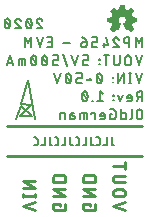
<source format=gbr>
G04 EAGLE Gerber RS-274X export*
G75*
%MOMM*%
%FSLAX34Y34*%
%LPD*%
%INSilkscreen Bottom*%
%IPPOS*%
%AMOC8*
5,1,8,0,0,1.08239X$1,22.5*%
G01*
%ADD10C,0.228600*%
%ADD11C,0.177800*%
%ADD12C,0.203200*%
%ADD13C,0.152400*%
%ADD14C,0.254000*%

G36*
X48326Y156078D02*
X48326Y156078D01*
X48392Y156083D01*
X48410Y156094D01*
X48431Y156099D01*
X48516Y156159D01*
X48540Y156173D01*
X48543Y156178D01*
X48548Y156182D01*
X50748Y158482D01*
X50756Y158495D01*
X50769Y158505D01*
X50800Y158569D01*
X50836Y158631D01*
X50837Y158647D01*
X50844Y158661D01*
X50843Y158732D01*
X50849Y158803D01*
X50843Y158818D01*
X50842Y158834D01*
X50785Y158959D01*
X50783Y158963D01*
X50783Y158964D01*
X48915Y161579D01*
X48917Y161590D01*
X48926Y161603D01*
X48937Y161661D01*
X48946Y161682D01*
X48946Y161704D01*
X48952Y161737D01*
X48953Y161742D01*
X48953Y161743D01*
X48953Y161744D01*
X48953Y161754D01*
X48986Y161819D01*
X49042Y161876D01*
X49053Y161894D01*
X49065Y161903D01*
X49073Y161922D01*
X49113Y161974D01*
X49186Y162119D01*
X49242Y162176D01*
X49282Y162240D01*
X49326Y162303D01*
X49328Y162315D01*
X49333Y162323D01*
X49337Y162358D01*
X49353Y162444D01*
X49353Y162493D01*
X49382Y162540D01*
X49426Y162603D01*
X49428Y162615D01*
X49433Y162623D01*
X49437Y162658D01*
X49453Y162744D01*
X49453Y162854D01*
X49486Y162919D01*
X49542Y162976D01*
X49582Y163040D01*
X49626Y163103D01*
X49628Y163115D01*
X49633Y163123D01*
X49637Y163158D01*
X49643Y163191D01*
X49646Y163199D01*
X49646Y163207D01*
X49653Y163244D01*
X49653Y163293D01*
X49682Y163340D01*
X49726Y163403D01*
X49728Y163415D01*
X49733Y163423D01*
X49737Y163458D01*
X49753Y163544D01*
X49753Y163654D01*
X49782Y163712D01*
X53038Y164270D01*
X53056Y164277D01*
X53075Y164278D01*
X53135Y164311D01*
X53197Y164337D01*
X53210Y164352D01*
X53227Y164361D01*
X53266Y164417D01*
X53310Y164468D01*
X53315Y164487D01*
X53326Y164503D01*
X53348Y164614D01*
X53353Y164636D01*
X53352Y164640D01*
X53353Y164644D01*
X53353Y167844D01*
X53349Y167863D01*
X53351Y167882D01*
X53340Y167916D01*
X53339Y167923D01*
X53334Y167933D01*
X53329Y167946D01*
X53314Y168012D01*
X53301Y168027D01*
X53295Y168045D01*
X53247Y168093D01*
X53204Y168146D01*
X53186Y168153D01*
X53172Y168167D01*
X53066Y168207D01*
X53046Y168216D01*
X53042Y168216D01*
X53038Y168218D01*
X49826Y168768D01*
X49815Y168807D01*
X49814Y168812D01*
X49813Y168813D01*
X49753Y168933D01*
X49753Y168944D01*
X49750Y168959D01*
X49752Y168975D01*
X49732Y169045D01*
X49732Y169060D01*
X49724Y169074D01*
X49715Y169107D01*
X49714Y169112D01*
X49713Y169113D01*
X49653Y169233D01*
X49653Y169244D01*
X49650Y169259D01*
X49652Y169275D01*
X49615Y169407D01*
X49614Y169412D01*
X49613Y169413D01*
X49453Y169733D01*
X49453Y169744D01*
X49450Y169759D01*
X49452Y169775D01*
X49415Y169907D01*
X49414Y169912D01*
X49413Y169913D01*
X49313Y170113D01*
X49290Y170141D01*
X49253Y170195D01*
X49253Y170244D01*
X49236Y170318D01*
X49222Y170393D01*
X49216Y170403D01*
X49214Y170412D01*
X49191Y170440D01*
X49142Y170512D01*
X49086Y170568D01*
X49013Y170713D01*
X48990Y170741D01*
X48953Y170795D01*
X48953Y170844D01*
X48936Y170918D01*
X48932Y170940D01*
X50786Y173628D01*
X50792Y173644D01*
X50804Y173657D01*
X50824Y173724D01*
X50849Y173789D01*
X50848Y173807D01*
X50853Y173823D01*
X50840Y173892D01*
X50834Y173962D01*
X50825Y173976D01*
X50822Y173993D01*
X50751Y174099D01*
X50744Y174110D01*
X50743Y174110D01*
X50742Y174112D01*
X48542Y176312D01*
X48528Y176321D01*
X48517Y176335D01*
X48455Y176366D01*
X48395Y176403D01*
X48378Y176405D01*
X48363Y176412D01*
X48293Y176413D01*
X48223Y176419D01*
X48207Y176413D01*
X48190Y176413D01*
X48072Y176362D01*
X48061Y176358D01*
X48060Y176357D01*
X48059Y176356D01*
X45360Y174494D01*
X45342Y174512D01*
X45277Y174552D01*
X45215Y174596D01*
X45203Y174598D01*
X45195Y174603D01*
X45160Y174606D01*
X45074Y174623D01*
X45024Y174623D01*
X45012Y174631D01*
X44944Y174683D01*
X44799Y174755D01*
X44742Y174812D01*
X44677Y174852D01*
X44615Y174896D01*
X44603Y174898D01*
X44595Y174903D01*
X44560Y174906D01*
X44474Y174923D01*
X44424Y174923D01*
X44412Y174931D01*
X44344Y174983D01*
X44144Y175083D01*
X44128Y175087D01*
X44115Y175096D01*
X43981Y175122D01*
X43975Y175123D01*
X43974Y175123D01*
X43964Y175123D01*
X43844Y175183D01*
X43828Y175187D01*
X43815Y175196D01*
X43681Y175222D01*
X43675Y175223D01*
X43674Y175223D01*
X43624Y175223D01*
X43577Y175252D01*
X43515Y175296D01*
X43503Y175298D01*
X43495Y175303D01*
X43460Y175306D01*
X43374Y175323D01*
X43264Y175323D01*
X43206Y175352D01*
X42648Y178608D01*
X42640Y178626D01*
X42639Y178645D01*
X42607Y178704D01*
X42580Y178767D01*
X42566Y178780D01*
X42556Y178797D01*
X42501Y178836D01*
X42449Y178880D01*
X42430Y178885D01*
X42415Y178896D01*
X42304Y178917D01*
X42282Y178923D01*
X42278Y178922D01*
X42274Y178923D01*
X39074Y178923D01*
X39055Y178919D01*
X39036Y178921D01*
X38972Y178899D01*
X38906Y178883D01*
X38891Y178871D01*
X38872Y178865D01*
X38825Y178817D01*
X38772Y178773D01*
X38764Y178756D01*
X38751Y178742D01*
X38711Y178636D01*
X38702Y178615D01*
X38702Y178612D01*
X38700Y178608D01*
X38150Y175396D01*
X38111Y175385D01*
X38106Y175383D01*
X38105Y175383D01*
X38104Y175383D01*
X37984Y175323D01*
X37974Y175323D01*
X37958Y175319D01*
X37942Y175322D01*
X37811Y175285D01*
X37806Y175283D01*
X37805Y175283D01*
X37804Y175283D01*
X37684Y175223D01*
X37674Y175223D01*
X37658Y175219D01*
X37642Y175222D01*
X37511Y175185D01*
X37506Y175183D01*
X37505Y175183D01*
X37504Y175183D01*
X37384Y175123D01*
X37274Y175123D01*
X37200Y175106D01*
X37124Y175092D01*
X37115Y175086D01*
X37106Y175083D01*
X37078Y175061D01*
X37006Y175012D01*
X36949Y174955D01*
X36884Y174923D01*
X36874Y174923D01*
X36858Y174919D01*
X36842Y174922D01*
X36711Y174885D01*
X36706Y174883D01*
X36705Y174883D01*
X36704Y174883D01*
X36504Y174783D01*
X36477Y174760D01*
X36406Y174712D01*
X36349Y174655D01*
X36284Y174623D01*
X36274Y174623D01*
X36258Y174619D01*
X36242Y174622D01*
X36111Y174585D01*
X36106Y174583D01*
X36105Y174583D01*
X36104Y174583D01*
X35963Y174512D01*
X33289Y176356D01*
X33277Y176361D01*
X33268Y176370D01*
X33197Y176392D01*
X33128Y176419D01*
X33115Y176418D01*
X33103Y176422D01*
X33030Y176410D01*
X32956Y176404D01*
X32945Y176397D01*
X32932Y176395D01*
X32812Y176318D01*
X30512Y174118D01*
X30498Y174096D01*
X30478Y174080D01*
X30451Y174024D01*
X30417Y173973D01*
X30414Y173947D01*
X30403Y173924D01*
X30404Y173862D01*
X30397Y173801D01*
X30406Y173777D01*
X30406Y173751D01*
X30444Y173671D01*
X30455Y173638D01*
X30462Y173632D01*
X30467Y173621D01*
X32402Y170948D01*
X32362Y170868D01*
X32306Y170812D01*
X32266Y170747D01*
X32222Y170684D01*
X32220Y170673D01*
X32215Y170665D01*
X32211Y170630D01*
X32195Y170544D01*
X32195Y170494D01*
X32187Y170481D01*
X32135Y170413D01*
X32062Y170268D01*
X32006Y170212D01*
X31966Y170147D01*
X31922Y170084D01*
X31920Y170073D01*
X31915Y170065D01*
X31911Y170030D01*
X31895Y169944D01*
X31895Y169894D01*
X31866Y169847D01*
X31822Y169784D01*
X31820Y169773D01*
X31815Y169765D01*
X31811Y169730D01*
X31795Y169644D01*
X31795Y169533D01*
X31762Y169468D01*
X31706Y169412D01*
X31666Y169347D01*
X31622Y169284D01*
X31620Y169273D01*
X31615Y169265D01*
X31611Y169230D01*
X31595Y169144D01*
X31595Y169094D01*
X31566Y169047D01*
X31522Y168984D01*
X31520Y168973D01*
X31515Y168965D01*
X31511Y168930D01*
X31495Y168844D01*
X31495Y168765D01*
X28212Y168218D01*
X28193Y168210D01*
X28173Y168209D01*
X28114Y168177D01*
X28052Y168151D01*
X28039Y168136D01*
X28021Y168126D01*
X27983Y168071D01*
X27939Y168021D01*
X27933Y168001D01*
X27922Y167984D01*
X27906Y167903D01*
X27902Y167893D01*
X27902Y167882D01*
X27901Y167878D01*
X27895Y167853D01*
X27896Y167849D01*
X27895Y167844D01*
X27895Y164644D01*
X27899Y164625D01*
X27897Y164606D01*
X27919Y164541D01*
X27934Y164475D01*
X27947Y164460D01*
X27953Y164442D01*
X28001Y164394D01*
X28044Y164342D01*
X28062Y164334D01*
X28076Y164320D01*
X28182Y164280D01*
X28202Y164271D01*
X28206Y164271D01*
X28210Y164270D01*
X31498Y163706D01*
X31533Y163581D01*
X31534Y163575D01*
X31535Y163575D01*
X31535Y163574D01*
X31595Y163454D01*
X31595Y163444D01*
X31598Y163428D01*
X31596Y163412D01*
X31633Y163281D01*
X31634Y163275D01*
X31635Y163275D01*
X31635Y163274D01*
X31695Y163154D01*
X31695Y163144D01*
X31698Y163128D01*
X31696Y163112D01*
X31733Y162981D01*
X31734Y162975D01*
X31735Y162975D01*
X31735Y162974D01*
X31895Y162654D01*
X31895Y162644D01*
X31898Y162628D01*
X31896Y162612D01*
X31933Y162481D01*
X31934Y162475D01*
X31935Y162475D01*
X31935Y162474D01*
X32035Y162274D01*
X32058Y162246D01*
X32106Y162176D01*
X32162Y162119D01*
X32195Y162054D01*
X32195Y162044D01*
X32198Y162028D01*
X32196Y162012D01*
X32233Y161881D01*
X32234Y161875D01*
X32235Y161875D01*
X32235Y161874D01*
X32335Y161674D01*
X32358Y161646D01*
X32406Y161576D01*
X32416Y161565D01*
X30471Y158971D01*
X30461Y158949D01*
X30444Y158930D01*
X30426Y158870D01*
X30401Y158813D01*
X30402Y158788D01*
X30395Y158764D01*
X30406Y158703D01*
X30409Y158640D01*
X30421Y158618D01*
X30426Y158594D01*
X30477Y158519D01*
X30493Y158489D01*
X30500Y158484D01*
X30506Y158476D01*
X32806Y156176D01*
X32820Y156167D01*
X32831Y156153D01*
X32893Y156121D01*
X32953Y156084D01*
X32970Y156083D01*
X32985Y156075D01*
X33056Y156075D01*
X33125Y156068D01*
X33141Y156074D01*
X33158Y156074D01*
X33276Y156126D01*
X33287Y156130D01*
X33288Y156131D01*
X33289Y156131D01*
X35988Y157993D01*
X36006Y157976D01*
X36071Y157935D01*
X36133Y157891D01*
X36145Y157889D01*
X36153Y157884D01*
X36188Y157881D01*
X36203Y157878D01*
X36206Y157876D01*
X36271Y157835D01*
X36333Y157791D01*
X36345Y157789D01*
X36353Y157784D01*
X36388Y157781D01*
X36474Y157764D01*
X36524Y157764D01*
X36571Y157735D01*
X36633Y157691D01*
X36645Y157689D01*
X36653Y157684D01*
X36688Y157681D01*
X36703Y157678D01*
X36706Y157676D01*
X36771Y157635D01*
X36833Y157591D01*
X36845Y157589D01*
X36853Y157584D01*
X36888Y157581D01*
X36903Y157578D01*
X36906Y157576D01*
X36971Y157535D01*
X37033Y157491D01*
X37045Y157489D01*
X37053Y157484D01*
X37088Y157481D01*
X37117Y157475D01*
X37144Y157442D01*
X37163Y157434D01*
X37178Y157419D01*
X37241Y157399D01*
X37302Y157371D01*
X37323Y157372D01*
X37342Y157366D01*
X37408Y157376D01*
X37475Y157378D01*
X37493Y157388D01*
X37513Y157391D01*
X37568Y157429D01*
X37627Y157461D01*
X37639Y157478D01*
X37655Y157490D01*
X37712Y157582D01*
X37726Y157603D01*
X37727Y157608D01*
X37730Y157612D01*
X39730Y163012D01*
X39734Y163043D01*
X39746Y163071D01*
X39744Y163127D01*
X39751Y163184D01*
X39741Y163213D01*
X39740Y163244D01*
X39713Y163294D01*
X39694Y163347D01*
X39672Y163369D01*
X39657Y163396D01*
X39597Y163442D01*
X39570Y163468D01*
X39557Y163472D01*
X39544Y163483D01*
X38999Y163755D01*
X38842Y163912D01*
X38812Y163931D01*
X38744Y163983D01*
X38599Y164055D01*
X38286Y164368D01*
X38213Y164513D01*
X38190Y164541D01*
X38142Y164612D01*
X37986Y164768D01*
X37925Y164889D01*
X37834Y165164D01*
X37822Y165183D01*
X37813Y165213D01*
X37753Y165333D01*
X37753Y165444D01*
X37745Y165479D01*
X37734Y165564D01*
X37653Y165805D01*
X37653Y166582D01*
X37734Y166824D01*
X37737Y166860D01*
X37753Y166944D01*
X37753Y167129D01*
X37890Y167333D01*
X37903Y167368D01*
X37934Y167424D01*
X38018Y167676D01*
X38369Y168202D01*
X38716Y168549D01*
X39242Y168900D01*
X39494Y168984D01*
X39512Y168995D01*
X39526Y168998D01*
X39539Y169009D01*
X39584Y169028D01*
X39789Y169164D01*
X39974Y169164D01*
X40009Y169173D01*
X40094Y169184D01*
X40336Y169264D01*
X40927Y169264D01*
X41282Y169176D01*
X41318Y169175D01*
X41374Y169164D01*
X41559Y169164D01*
X41764Y169028D01*
X41799Y169015D01*
X41848Y168987D01*
X41850Y168986D01*
X41851Y168986D01*
X41854Y168984D01*
X42106Y168900D01*
X42333Y168749D01*
X42506Y168576D01*
X42532Y168559D01*
X42564Y168528D01*
X42833Y168349D01*
X42979Y168202D01*
X43330Y167676D01*
X43695Y166582D01*
X43695Y166105D01*
X43614Y165864D01*
X43611Y165828D01*
X43595Y165744D01*
X43595Y165533D01*
X43435Y165213D01*
X43429Y165191D01*
X43414Y165164D01*
X43323Y164889D01*
X43162Y164568D01*
X43006Y164412D01*
X42987Y164381D01*
X42935Y164313D01*
X42862Y164168D01*
X42749Y164055D01*
X42604Y163983D01*
X42577Y163960D01*
X42506Y163912D01*
X42349Y163755D01*
X42028Y163595D01*
X41754Y163503D01*
X41705Y163473D01*
X41652Y163451D01*
X41632Y163429D01*
X41607Y163413D01*
X41576Y163364D01*
X41539Y163321D01*
X41531Y163292D01*
X41515Y163266D01*
X41509Y163209D01*
X41495Y163153D01*
X41501Y163119D01*
X41498Y163094D01*
X41510Y163062D01*
X41518Y163012D01*
X43518Y157612D01*
X43544Y157574D01*
X43560Y157531D01*
X43591Y157503D01*
X43614Y157468D01*
X43654Y157445D01*
X43687Y157414D01*
X43727Y157402D01*
X43764Y157381D01*
X43809Y157378D01*
X43853Y157365D01*
X43894Y157372D01*
X43936Y157370D01*
X43979Y157387D01*
X44024Y157395D01*
X44065Y157423D01*
X44096Y157436D01*
X44113Y157456D01*
X44126Y157464D01*
X44174Y157464D01*
X44248Y157482D01*
X44324Y157495D01*
X44333Y157502D01*
X44342Y157504D01*
X44370Y157527D01*
X44442Y157576D01*
X44449Y157582D01*
X44524Y157595D01*
X44533Y157602D01*
X44542Y157604D01*
X44570Y157627D01*
X44642Y157676D01*
X44649Y157682D01*
X44724Y157695D01*
X44733Y157702D01*
X44742Y157704D01*
X44770Y157727D01*
X44842Y157776D01*
X44849Y157782D01*
X44924Y157795D01*
X44933Y157802D01*
X44942Y157804D01*
X44970Y157827D01*
X45042Y157876D01*
X45049Y157882D01*
X45124Y157895D01*
X45133Y157902D01*
X45142Y157904D01*
X45170Y157927D01*
X45242Y157976D01*
X45249Y157982D01*
X45324Y157995D01*
X45333Y158002D01*
X45342Y158004D01*
X45343Y158004D01*
X48059Y156131D01*
X48079Y156124D01*
X48095Y156110D01*
X48158Y156092D01*
X48220Y156068D01*
X48241Y156070D01*
X48262Y156065D01*
X48326Y156078D01*
G37*
D10*
X-12121Y9003D02*
X-12121Y10739D01*
X-17907Y10739D01*
X-17907Y7267D01*
X-17905Y7171D01*
X-17899Y7076D01*
X-17889Y6981D01*
X-17875Y6886D01*
X-17858Y6792D01*
X-17836Y6699D01*
X-17811Y6607D01*
X-17782Y6516D01*
X-17749Y6426D01*
X-17712Y6337D01*
X-17672Y6251D01*
X-17628Y6166D01*
X-17581Y6083D01*
X-17530Y6001D01*
X-17476Y5922D01*
X-17419Y5846D01*
X-17359Y5771D01*
X-17295Y5700D01*
X-17229Y5631D01*
X-17160Y5565D01*
X-17089Y5501D01*
X-17014Y5441D01*
X-16938Y5384D01*
X-16859Y5330D01*
X-16778Y5279D01*
X-16694Y5232D01*
X-16609Y5188D01*
X-16523Y5148D01*
X-16434Y5111D01*
X-16344Y5078D01*
X-16253Y5049D01*
X-16161Y5024D01*
X-16068Y5002D01*
X-15974Y4985D01*
X-15879Y4971D01*
X-15784Y4961D01*
X-15689Y4955D01*
X-15593Y4953D01*
X-9807Y4953D01*
X-9711Y4955D01*
X-9616Y4961D01*
X-9521Y4971D01*
X-9426Y4985D01*
X-9332Y5002D01*
X-9239Y5024D01*
X-9147Y5049D01*
X-9056Y5078D01*
X-8966Y5111D01*
X-8877Y5148D01*
X-8791Y5188D01*
X-8706Y5232D01*
X-8623Y5279D01*
X-8541Y5330D01*
X-8462Y5384D01*
X-8386Y5441D01*
X-8311Y5501D01*
X-8240Y5565D01*
X-8171Y5631D01*
X-8105Y5700D01*
X-8041Y5771D01*
X-7981Y5846D01*
X-7924Y5922D01*
X-7870Y6001D01*
X-7819Y6082D01*
X-7772Y6166D01*
X-7728Y6251D01*
X-7688Y6337D01*
X-7651Y6426D01*
X-7618Y6516D01*
X-7589Y6607D01*
X-7564Y6699D01*
X-7542Y6792D01*
X-7525Y6886D01*
X-7511Y6981D01*
X-7501Y7076D01*
X-7495Y7171D01*
X-7493Y7267D01*
X-7493Y10739D01*
X-7493Y17145D02*
X-17907Y17145D01*
X-17907Y22931D02*
X-7493Y17145D01*
X-7493Y22931D02*
X-17907Y22931D01*
X-17907Y29337D02*
X-7493Y29337D01*
X-7493Y32230D01*
X-7495Y32336D01*
X-7501Y32441D01*
X-7510Y32546D01*
X-7524Y32651D01*
X-7541Y32755D01*
X-7562Y32859D01*
X-7587Y32962D01*
X-7616Y33063D01*
X-7648Y33164D01*
X-7684Y33263D01*
X-7723Y33361D01*
X-7767Y33458D01*
X-7813Y33553D01*
X-7863Y33646D01*
X-7917Y33737D01*
X-7973Y33826D01*
X-8033Y33913D01*
X-8096Y33998D01*
X-8162Y34081D01*
X-8231Y34161D01*
X-8303Y34238D01*
X-8378Y34313D01*
X-8455Y34385D01*
X-8535Y34454D01*
X-8618Y34520D01*
X-8703Y34583D01*
X-8790Y34643D01*
X-8879Y34699D01*
X-8970Y34753D01*
X-9063Y34803D01*
X-9158Y34849D01*
X-9255Y34893D01*
X-9353Y34932D01*
X-9452Y34968D01*
X-9553Y35000D01*
X-9654Y35029D01*
X-9757Y35054D01*
X-9861Y35075D01*
X-9965Y35092D01*
X-10070Y35106D01*
X-10175Y35115D01*
X-10280Y35121D01*
X-10386Y35123D01*
X-10386Y35122D02*
X-15014Y35122D01*
X-15014Y35123D02*
X-15120Y35121D01*
X-15225Y35115D01*
X-15330Y35106D01*
X-15435Y35092D01*
X-15539Y35075D01*
X-15643Y35054D01*
X-15746Y35029D01*
X-15847Y35000D01*
X-15948Y34968D01*
X-16047Y34932D01*
X-16145Y34893D01*
X-16242Y34849D01*
X-16337Y34803D01*
X-16430Y34753D01*
X-16521Y34699D01*
X-16610Y34643D01*
X-16697Y34583D01*
X-16782Y34520D01*
X-16865Y34454D01*
X-16945Y34385D01*
X-17022Y34313D01*
X-17097Y34238D01*
X-17169Y34161D01*
X-17238Y34081D01*
X-17304Y33998D01*
X-17367Y33913D01*
X-17427Y33826D01*
X-17483Y33737D01*
X-17537Y33646D01*
X-17587Y33553D01*
X-17633Y33458D01*
X-17677Y33361D01*
X-17716Y33263D01*
X-17752Y33164D01*
X-17784Y33063D01*
X-17813Y32962D01*
X-17838Y32859D01*
X-17859Y32755D01*
X-17876Y32651D01*
X-17890Y32546D01*
X-17899Y32441D01*
X-17905Y32336D01*
X-17907Y32230D01*
X-17907Y29337D01*
X13279Y10739D02*
X13279Y9003D01*
X13279Y10739D02*
X7493Y10739D01*
X7493Y7267D01*
X7495Y7174D01*
X7501Y7081D01*
X7510Y6988D01*
X7523Y6896D01*
X7540Y6804D01*
X7560Y6713D01*
X7584Y6623D01*
X7612Y6534D01*
X7643Y6446D01*
X7678Y6360D01*
X7716Y6275D01*
X7758Y6192D01*
X7803Y6110D01*
X7851Y6030D01*
X7903Y5952D01*
X7957Y5877D01*
X8015Y5804D01*
X8075Y5733D01*
X8138Y5664D01*
X8204Y5598D01*
X8273Y5535D01*
X8344Y5475D01*
X8417Y5417D01*
X8492Y5363D01*
X8570Y5311D01*
X8650Y5263D01*
X8732Y5218D01*
X8815Y5176D01*
X8900Y5138D01*
X8986Y5103D01*
X9074Y5072D01*
X9163Y5044D01*
X9253Y5020D01*
X9344Y5000D01*
X9436Y4983D01*
X9528Y4970D01*
X9621Y4961D01*
X9714Y4955D01*
X9807Y4953D01*
X15593Y4953D01*
X15689Y4955D01*
X15784Y4961D01*
X15879Y4971D01*
X15974Y4985D01*
X16068Y5002D01*
X16161Y5024D01*
X16253Y5049D01*
X16344Y5078D01*
X16434Y5111D01*
X16523Y5148D01*
X16609Y5188D01*
X16694Y5232D01*
X16777Y5279D01*
X16859Y5330D01*
X16938Y5384D01*
X17014Y5441D01*
X17089Y5501D01*
X17160Y5565D01*
X17229Y5631D01*
X17295Y5700D01*
X17359Y5771D01*
X17419Y5846D01*
X17476Y5922D01*
X17530Y6001D01*
X17581Y6082D01*
X17628Y6166D01*
X17672Y6251D01*
X17712Y6337D01*
X17749Y6426D01*
X17782Y6516D01*
X17811Y6607D01*
X17836Y6699D01*
X17858Y6792D01*
X17875Y6886D01*
X17889Y6981D01*
X17899Y7076D01*
X17905Y7171D01*
X17907Y7267D01*
X17907Y10739D01*
X17907Y17145D02*
X7493Y17145D01*
X7493Y22931D02*
X17907Y17145D01*
X17907Y22931D02*
X7493Y22931D01*
X7493Y29337D02*
X17907Y29337D01*
X17907Y32230D01*
X17905Y32336D01*
X17899Y32441D01*
X17890Y32546D01*
X17876Y32651D01*
X17859Y32755D01*
X17838Y32859D01*
X17813Y32962D01*
X17784Y33063D01*
X17752Y33164D01*
X17716Y33263D01*
X17677Y33361D01*
X17633Y33458D01*
X17587Y33553D01*
X17537Y33646D01*
X17483Y33737D01*
X17427Y33826D01*
X17367Y33913D01*
X17304Y33998D01*
X17238Y34081D01*
X17169Y34161D01*
X17097Y34238D01*
X17022Y34313D01*
X16945Y34385D01*
X16865Y34454D01*
X16782Y34520D01*
X16697Y34583D01*
X16610Y34643D01*
X16521Y34699D01*
X16430Y34753D01*
X16337Y34803D01*
X16242Y34849D01*
X16145Y34893D01*
X16047Y34932D01*
X15948Y34968D01*
X15847Y35000D01*
X15746Y35029D01*
X15643Y35054D01*
X15539Y35075D01*
X15435Y35092D01*
X15330Y35106D01*
X15225Y35115D01*
X15120Y35121D01*
X15014Y35123D01*
X15014Y35122D02*
X10386Y35122D01*
X10386Y35123D02*
X10280Y35121D01*
X10175Y35115D01*
X10070Y35106D01*
X9965Y35092D01*
X9861Y35075D01*
X9757Y35054D01*
X9654Y35029D01*
X9553Y35000D01*
X9452Y34968D01*
X9353Y34932D01*
X9255Y34893D01*
X9158Y34849D01*
X9063Y34803D01*
X8970Y34753D01*
X8879Y34699D01*
X8790Y34643D01*
X8703Y34583D01*
X8618Y34520D01*
X8535Y34454D01*
X8455Y34385D01*
X8378Y34313D01*
X8303Y34238D01*
X8231Y34161D01*
X8162Y34081D01*
X8096Y33998D01*
X8033Y33913D01*
X7973Y33826D01*
X7917Y33737D01*
X7863Y33646D01*
X7813Y33553D01*
X7767Y33458D01*
X7723Y33361D01*
X7684Y33263D01*
X7648Y33164D01*
X7616Y33063D01*
X7587Y32962D01*
X7562Y32859D01*
X7541Y32755D01*
X7524Y32651D01*
X7510Y32546D01*
X7501Y32441D01*
X7495Y32336D01*
X7493Y32230D01*
X7493Y29337D01*
X32893Y8424D02*
X43307Y4953D01*
X43307Y11896D02*
X32893Y8424D01*
X35786Y16962D02*
X40414Y16962D01*
X40414Y16961D02*
X40521Y16963D01*
X40628Y16969D01*
X40734Y16979D01*
X40840Y16993D01*
X40946Y17010D01*
X41050Y17032D01*
X41154Y17057D01*
X41257Y17087D01*
X41359Y17120D01*
X41459Y17156D01*
X41558Y17197D01*
X41655Y17241D01*
X41751Y17289D01*
X41845Y17340D01*
X41937Y17394D01*
X42027Y17452D01*
X42114Y17514D01*
X42200Y17578D01*
X42283Y17645D01*
X42363Y17716D01*
X42441Y17790D01*
X42516Y17866D01*
X42588Y17945D01*
X42657Y18026D01*
X42723Y18111D01*
X42786Y18197D01*
X42845Y18286D01*
X42901Y18377D01*
X42954Y18470D01*
X43004Y18564D01*
X43050Y18661D01*
X43092Y18759D01*
X43130Y18859D01*
X43165Y18960D01*
X43197Y19062D01*
X43224Y19166D01*
X43247Y19270D01*
X43267Y19375D01*
X43283Y19481D01*
X43295Y19587D01*
X43303Y19694D01*
X43307Y19801D01*
X43307Y19907D01*
X43303Y20014D01*
X43295Y20121D01*
X43283Y20227D01*
X43267Y20333D01*
X43247Y20438D01*
X43224Y20542D01*
X43197Y20646D01*
X43165Y20748D01*
X43130Y20849D01*
X43092Y20949D01*
X43050Y21047D01*
X43004Y21144D01*
X42954Y21238D01*
X42901Y21331D01*
X42845Y21422D01*
X42786Y21511D01*
X42723Y21597D01*
X42657Y21682D01*
X42588Y21763D01*
X42516Y21842D01*
X42441Y21918D01*
X42363Y21992D01*
X42283Y22063D01*
X42200Y22130D01*
X42114Y22194D01*
X42027Y22256D01*
X41937Y22314D01*
X41845Y22368D01*
X41751Y22419D01*
X41655Y22467D01*
X41558Y22511D01*
X41459Y22552D01*
X41359Y22588D01*
X41257Y22621D01*
X41154Y22651D01*
X41050Y22676D01*
X40946Y22698D01*
X40840Y22715D01*
X40734Y22729D01*
X40628Y22739D01*
X40521Y22745D01*
X40414Y22747D01*
X35786Y22747D01*
X35679Y22745D01*
X35572Y22739D01*
X35466Y22729D01*
X35360Y22715D01*
X35254Y22698D01*
X35150Y22676D01*
X35046Y22651D01*
X34943Y22621D01*
X34841Y22588D01*
X34741Y22552D01*
X34642Y22511D01*
X34545Y22467D01*
X34449Y22419D01*
X34355Y22368D01*
X34263Y22314D01*
X34173Y22256D01*
X34086Y22194D01*
X34000Y22130D01*
X33917Y22063D01*
X33837Y21992D01*
X33759Y21918D01*
X33684Y21842D01*
X33612Y21763D01*
X33543Y21682D01*
X33477Y21597D01*
X33414Y21511D01*
X33355Y21422D01*
X33299Y21331D01*
X33246Y21238D01*
X33196Y21144D01*
X33150Y21047D01*
X33108Y20949D01*
X33070Y20849D01*
X33035Y20748D01*
X33003Y20646D01*
X32976Y20542D01*
X32953Y20438D01*
X32933Y20333D01*
X32917Y20227D01*
X32905Y20121D01*
X32897Y20014D01*
X32893Y19907D01*
X32893Y19801D01*
X32897Y19694D01*
X32905Y19587D01*
X32917Y19481D01*
X32933Y19375D01*
X32953Y19270D01*
X32976Y19166D01*
X33003Y19062D01*
X33035Y18960D01*
X33070Y18859D01*
X33108Y18759D01*
X33150Y18661D01*
X33196Y18564D01*
X33246Y18470D01*
X33299Y18377D01*
X33355Y18286D01*
X33414Y18197D01*
X33477Y18111D01*
X33543Y18026D01*
X33612Y17945D01*
X33684Y17866D01*
X33759Y17790D01*
X33837Y17716D01*
X33917Y17645D01*
X34000Y17578D01*
X34086Y17514D01*
X34173Y17452D01*
X34263Y17394D01*
X34355Y17340D01*
X34449Y17289D01*
X34545Y17241D01*
X34642Y17197D01*
X34741Y17156D01*
X34841Y17120D01*
X34943Y17087D01*
X35046Y17057D01*
X35150Y17032D01*
X35254Y17010D01*
X35360Y16993D01*
X35466Y16979D01*
X35572Y16969D01*
X35679Y16963D01*
X35786Y16961D01*
X35786Y28773D02*
X43307Y28773D01*
X35786Y28772D02*
X35679Y28774D01*
X35572Y28780D01*
X35466Y28790D01*
X35360Y28804D01*
X35254Y28821D01*
X35150Y28843D01*
X35046Y28868D01*
X34943Y28898D01*
X34841Y28931D01*
X34741Y28967D01*
X34642Y29008D01*
X34545Y29052D01*
X34449Y29100D01*
X34355Y29151D01*
X34263Y29205D01*
X34173Y29263D01*
X34086Y29325D01*
X34000Y29389D01*
X33917Y29456D01*
X33837Y29527D01*
X33759Y29601D01*
X33684Y29677D01*
X33612Y29756D01*
X33543Y29837D01*
X33477Y29922D01*
X33414Y30008D01*
X33355Y30097D01*
X33299Y30188D01*
X33246Y30281D01*
X33196Y30375D01*
X33150Y30472D01*
X33108Y30570D01*
X33070Y30670D01*
X33035Y30771D01*
X33003Y30873D01*
X32976Y30977D01*
X32953Y31081D01*
X32933Y31186D01*
X32917Y31292D01*
X32905Y31398D01*
X32897Y31505D01*
X32893Y31612D01*
X32893Y31718D01*
X32897Y31825D01*
X32905Y31932D01*
X32917Y32038D01*
X32933Y32144D01*
X32953Y32249D01*
X32976Y32353D01*
X33003Y32457D01*
X33035Y32559D01*
X33070Y32660D01*
X33108Y32760D01*
X33150Y32858D01*
X33196Y32955D01*
X33246Y33049D01*
X33299Y33142D01*
X33355Y33233D01*
X33414Y33322D01*
X33477Y33408D01*
X33543Y33493D01*
X33612Y33574D01*
X33684Y33653D01*
X33759Y33729D01*
X33837Y33803D01*
X33917Y33874D01*
X34000Y33941D01*
X34086Y34005D01*
X34173Y34067D01*
X34263Y34125D01*
X34355Y34179D01*
X34449Y34230D01*
X34545Y34278D01*
X34642Y34322D01*
X34741Y34363D01*
X34841Y34399D01*
X34943Y34432D01*
X35046Y34462D01*
X35150Y34487D01*
X35254Y34509D01*
X35360Y34526D01*
X35466Y34540D01*
X35572Y34550D01*
X35679Y34556D01*
X35786Y34558D01*
X43307Y34558D01*
X43307Y42714D02*
X32893Y42714D01*
X43307Y39821D02*
X43307Y45607D01*
X-32893Y4953D02*
X-43307Y8424D01*
X-32893Y11896D01*
X-32893Y17568D02*
X-43307Y17568D01*
X-43307Y16411D02*
X-43307Y18725D01*
X-32893Y18725D02*
X-32893Y16411D01*
X-32893Y24201D02*
X-43307Y24201D01*
X-43307Y29986D02*
X-32893Y24201D01*
X-32893Y29986D02*
X-43307Y29986D01*
D11*
X57531Y143129D02*
X57531Y151511D01*
X54737Y146854D01*
X51943Y151511D01*
X51943Y143129D01*
X46486Y143129D02*
X46486Y151511D01*
X44158Y151511D01*
X44063Y151509D01*
X43968Y151503D01*
X43874Y151494D01*
X43780Y151480D01*
X43686Y151463D01*
X43594Y151442D01*
X43502Y151417D01*
X43412Y151388D01*
X43322Y151356D01*
X43234Y151320D01*
X43148Y151280D01*
X43063Y151238D01*
X42980Y151191D01*
X42899Y151141D01*
X42821Y151088D01*
X42744Y151032D01*
X42670Y150973D01*
X42598Y150911D01*
X42529Y150846D01*
X42462Y150778D01*
X42399Y150708D01*
X42338Y150634D01*
X42280Y150559D01*
X42226Y150481D01*
X42174Y150401D01*
X42126Y150319D01*
X42082Y150236D01*
X42040Y150150D01*
X42003Y150063D01*
X41969Y149974D01*
X41938Y149884D01*
X41911Y149793D01*
X41888Y149701D01*
X41869Y149608D01*
X41854Y149514D01*
X41842Y149420D01*
X41834Y149325D01*
X41830Y149230D01*
X41830Y149136D01*
X41834Y149041D01*
X41842Y148946D01*
X41854Y148852D01*
X41869Y148758D01*
X41888Y148665D01*
X41911Y148573D01*
X41938Y148482D01*
X41969Y148392D01*
X42003Y148303D01*
X42040Y148216D01*
X42082Y148130D01*
X42126Y148047D01*
X42174Y147965D01*
X42226Y147885D01*
X42280Y147807D01*
X42338Y147732D01*
X42399Y147658D01*
X42462Y147588D01*
X42529Y147520D01*
X42598Y147455D01*
X42670Y147393D01*
X42744Y147334D01*
X42821Y147278D01*
X42899Y147225D01*
X42980Y147175D01*
X43063Y147128D01*
X43148Y147086D01*
X43234Y147046D01*
X43322Y147010D01*
X43412Y146978D01*
X43502Y146949D01*
X43594Y146924D01*
X43686Y146903D01*
X43780Y146886D01*
X43874Y146872D01*
X43968Y146863D01*
X44063Y146857D01*
X44158Y146855D01*
X44158Y146854D02*
X46486Y146854D01*
X35302Y151512D02*
X35213Y151510D01*
X35124Y151504D01*
X35036Y151495D01*
X34948Y151482D01*
X34860Y151465D01*
X34774Y151444D01*
X34688Y151420D01*
X34604Y151392D01*
X34520Y151361D01*
X34439Y151326D01*
X34358Y151288D01*
X34280Y151246D01*
X34203Y151201D01*
X34128Y151153D01*
X34056Y151101D01*
X33985Y151047D01*
X33917Y150989D01*
X33852Y150929D01*
X33789Y150866D01*
X33729Y150801D01*
X33671Y150733D01*
X33617Y150662D01*
X33565Y150590D01*
X33517Y150515D01*
X33472Y150438D01*
X33430Y150360D01*
X33392Y150279D01*
X33357Y150198D01*
X33326Y150114D01*
X33298Y150030D01*
X33274Y149944D01*
X33253Y149858D01*
X33236Y149770D01*
X33223Y149682D01*
X33214Y149594D01*
X33208Y149505D01*
X33206Y149416D01*
X35302Y151511D02*
X35405Y151509D01*
X35507Y151503D01*
X35609Y151493D01*
X35711Y151480D01*
X35812Y151462D01*
X35912Y151441D01*
X36012Y151416D01*
X36110Y151387D01*
X36207Y151354D01*
X36303Y151318D01*
X36398Y151278D01*
X36491Y151234D01*
X36582Y151187D01*
X36671Y151137D01*
X36758Y151083D01*
X36844Y151026D01*
X36927Y150966D01*
X37007Y150902D01*
X37085Y150836D01*
X37161Y150766D01*
X37234Y150694D01*
X37304Y150619D01*
X37371Y150541D01*
X37435Y150461D01*
X37496Y150379D01*
X37554Y150294D01*
X37608Y150207D01*
X37660Y150118D01*
X37707Y150028D01*
X37752Y149935D01*
X37792Y149841D01*
X37830Y149745D01*
X37863Y149648D01*
X33905Y147786D02*
X33840Y147850D01*
X33778Y147917D01*
X33718Y147986D01*
X33662Y148058D01*
X33609Y148131D01*
X33558Y148207D01*
X33511Y148285D01*
X33467Y148365D01*
X33426Y148446D01*
X33388Y148529D01*
X33354Y148614D01*
X33323Y148700D01*
X33296Y148787D01*
X33272Y148875D01*
X33252Y148963D01*
X33235Y149053D01*
X33223Y149143D01*
X33213Y149234D01*
X33208Y149325D01*
X33206Y149416D01*
X33905Y147786D02*
X37863Y143129D01*
X33206Y143129D01*
X28719Y144992D02*
X26856Y151511D01*
X28719Y144992D02*
X24062Y144992D01*
X25459Y146854D02*
X25459Y143129D01*
X19575Y143129D02*
X16781Y143129D01*
X16697Y143131D01*
X16614Y143136D01*
X16531Y143146D01*
X16448Y143159D01*
X16366Y143176D01*
X16285Y143196D01*
X16205Y143220D01*
X16126Y143248D01*
X16049Y143279D01*
X15973Y143313D01*
X15898Y143351D01*
X15825Y143393D01*
X15755Y143437D01*
X15686Y143485D01*
X15619Y143535D01*
X15555Y143589D01*
X15494Y143645D01*
X15434Y143705D01*
X15378Y143766D01*
X15324Y143830D01*
X15274Y143897D01*
X15226Y143966D01*
X15182Y144036D01*
X15140Y144109D01*
X15102Y144184D01*
X15068Y144260D01*
X15037Y144337D01*
X15009Y144416D01*
X14985Y144496D01*
X14965Y144577D01*
X14948Y144659D01*
X14935Y144742D01*
X14925Y144825D01*
X14920Y144908D01*
X14918Y144992D01*
X14918Y145923D01*
X14920Y146007D01*
X14926Y146090D01*
X14935Y146173D01*
X14948Y146256D01*
X14965Y146338D01*
X14985Y146419D01*
X15009Y146499D01*
X15037Y146578D01*
X15068Y146655D01*
X15102Y146731D01*
X15140Y146806D01*
X15182Y146879D01*
X15226Y146949D01*
X15274Y147018D01*
X15324Y147085D01*
X15378Y147149D01*
X15434Y147210D01*
X15494Y147270D01*
X15555Y147326D01*
X15619Y147380D01*
X15686Y147430D01*
X15755Y147478D01*
X15825Y147522D01*
X15898Y147564D01*
X15973Y147602D01*
X16049Y147636D01*
X16126Y147667D01*
X16205Y147695D01*
X16285Y147719D01*
X16366Y147739D01*
X16448Y147756D01*
X16531Y147769D01*
X16614Y147779D01*
X16697Y147784D01*
X16781Y147786D01*
X19575Y147786D01*
X19575Y151511D01*
X14918Y151511D01*
X10431Y147786D02*
X7637Y147786D01*
X7551Y147784D01*
X7465Y147778D01*
X7380Y147768D01*
X7295Y147754D01*
X7210Y147737D01*
X7127Y147715D01*
X7045Y147689D01*
X6964Y147660D01*
X6885Y147627D01*
X6807Y147591D01*
X6730Y147551D01*
X6656Y147507D01*
X6584Y147460D01*
X6514Y147410D01*
X6447Y147356D01*
X6382Y147300D01*
X6320Y147240D01*
X6260Y147178D01*
X6204Y147113D01*
X6150Y147046D01*
X6100Y146976D01*
X6053Y146904D01*
X6009Y146830D01*
X5969Y146753D01*
X5933Y146676D01*
X5900Y146596D01*
X5871Y146515D01*
X5845Y146433D01*
X5823Y146350D01*
X5806Y146265D01*
X5792Y146180D01*
X5782Y146095D01*
X5776Y146009D01*
X5774Y145923D01*
X5774Y145457D01*
X5775Y145457D02*
X5777Y145362D01*
X5783Y145267D01*
X5792Y145173D01*
X5806Y145079D01*
X5823Y144985D01*
X5844Y144893D01*
X5869Y144801D01*
X5898Y144711D01*
X5930Y144621D01*
X5966Y144533D01*
X6006Y144447D01*
X6048Y144362D01*
X6095Y144279D01*
X6145Y144198D01*
X6198Y144120D01*
X6254Y144043D01*
X6313Y143969D01*
X6375Y143897D01*
X6440Y143828D01*
X6508Y143761D01*
X6578Y143698D01*
X6652Y143637D01*
X6727Y143579D01*
X6805Y143525D01*
X6885Y143473D01*
X6967Y143425D01*
X7050Y143381D01*
X7136Y143339D01*
X7223Y143302D01*
X7312Y143268D01*
X7402Y143237D01*
X7493Y143210D01*
X7585Y143187D01*
X7678Y143168D01*
X7772Y143153D01*
X7866Y143141D01*
X7961Y143133D01*
X8056Y143129D01*
X8150Y143129D01*
X8245Y143133D01*
X8340Y143141D01*
X8434Y143153D01*
X8528Y143168D01*
X8621Y143187D01*
X8713Y143210D01*
X8804Y143237D01*
X8894Y143268D01*
X8983Y143302D01*
X9070Y143339D01*
X9156Y143381D01*
X9239Y143425D01*
X9321Y143473D01*
X9401Y143525D01*
X9479Y143579D01*
X9554Y143637D01*
X9628Y143698D01*
X9698Y143761D01*
X9766Y143828D01*
X9831Y143897D01*
X9893Y143969D01*
X9952Y144043D01*
X10008Y144120D01*
X10061Y144198D01*
X10111Y144279D01*
X10158Y144362D01*
X10200Y144447D01*
X10240Y144533D01*
X10276Y144621D01*
X10308Y144711D01*
X10337Y144801D01*
X10362Y144893D01*
X10383Y144985D01*
X10400Y145079D01*
X10414Y145173D01*
X10423Y145267D01*
X10429Y145362D01*
X10431Y145457D01*
X10431Y147786D01*
X10429Y147908D01*
X10423Y148030D01*
X10413Y148151D01*
X10399Y148272D01*
X10381Y148393D01*
X10359Y148513D01*
X10334Y148632D01*
X10304Y148750D01*
X10271Y148867D01*
X10233Y148983D01*
X10192Y149098D01*
X10147Y149211D01*
X10099Y149323D01*
X10047Y149434D01*
X9991Y149542D01*
X9932Y149648D01*
X9869Y149753D01*
X9803Y149855D01*
X9734Y149956D01*
X9661Y150054D01*
X9585Y150149D01*
X9507Y150242D01*
X9425Y150332D01*
X9340Y150420D01*
X9252Y150505D01*
X9162Y150587D01*
X9069Y150665D01*
X8974Y150741D01*
X8876Y150814D01*
X8776Y150883D01*
X8673Y150949D01*
X8569Y151012D01*
X8462Y151071D01*
X8354Y151127D01*
X8243Y151179D01*
X8132Y151227D01*
X8018Y151272D01*
X7903Y151313D01*
X7787Y151351D01*
X7670Y151384D01*
X7552Y151414D01*
X7433Y151439D01*
X7313Y151461D01*
X7192Y151479D01*
X7071Y151493D01*
X6950Y151503D01*
X6828Y151509D01*
X6706Y151511D01*
X-3734Y146389D02*
X-9322Y146389D01*
X-19163Y143129D02*
X-22888Y143129D01*
X-19163Y143129D02*
X-19163Y151511D01*
X-22888Y151511D01*
X-21957Y147786D02*
X-19163Y147786D01*
X-26289Y151511D02*
X-29083Y143129D01*
X-31877Y151511D01*
X-36347Y151511D02*
X-36347Y143129D01*
X-39141Y146854D02*
X-36347Y151511D01*
X-39141Y146854D02*
X-41935Y151511D01*
X-41935Y143129D01*
X54737Y127889D02*
X57531Y136271D01*
X51943Y136271D02*
X54737Y127889D01*
X47921Y130217D02*
X47921Y133943D01*
X47919Y134038D01*
X47913Y134133D01*
X47904Y134227D01*
X47890Y134321D01*
X47873Y134415D01*
X47852Y134507D01*
X47827Y134599D01*
X47798Y134689D01*
X47766Y134779D01*
X47730Y134867D01*
X47690Y134953D01*
X47648Y135038D01*
X47601Y135121D01*
X47551Y135202D01*
X47498Y135280D01*
X47442Y135357D01*
X47383Y135431D01*
X47321Y135503D01*
X47256Y135572D01*
X47188Y135639D01*
X47118Y135702D01*
X47044Y135763D01*
X46969Y135821D01*
X46891Y135875D01*
X46811Y135927D01*
X46729Y135975D01*
X46646Y136019D01*
X46560Y136061D01*
X46473Y136098D01*
X46384Y136132D01*
X46294Y136163D01*
X46203Y136190D01*
X46111Y136213D01*
X46018Y136232D01*
X45924Y136247D01*
X45830Y136259D01*
X45735Y136267D01*
X45640Y136271D01*
X45546Y136271D01*
X45451Y136267D01*
X45356Y136259D01*
X45262Y136247D01*
X45168Y136232D01*
X45075Y136213D01*
X44983Y136190D01*
X44892Y136163D01*
X44802Y136132D01*
X44713Y136098D01*
X44626Y136061D01*
X44540Y136019D01*
X44457Y135975D01*
X44375Y135927D01*
X44295Y135875D01*
X44217Y135821D01*
X44142Y135763D01*
X44068Y135702D01*
X43998Y135639D01*
X43930Y135572D01*
X43865Y135503D01*
X43803Y135431D01*
X43744Y135357D01*
X43688Y135280D01*
X43635Y135202D01*
X43585Y135121D01*
X43538Y135038D01*
X43496Y134953D01*
X43456Y134867D01*
X43420Y134779D01*
X43388Y134689D01*
X43359Y134599D01*
X43334Y134507D01*
X43313Y134415D01*
X43296Y134321D01*
X43282Y134227D01*
X43273Y134133D01*
X43267Y134038D01*
X43265Y133943D01*
X43265Y130217D01*
X43267Y130122D01*
X43273Y130027D01*
X43282Y129933D01*
X43296Y129839D01*
X43313Y129745D01*
X43334Y129653D01*
X43359Y129561D01*
X43388Y129471D01*
X43420Y129381D01*
X43456Y129293D01*
X43496Y129207D01*
X43538Y129122D01*
X43585Y129039D01*
X43635Y128958D01*
X43688Y128880D01*
X43744Y128803D01*
X43803Y128729D01*
X43865Y128657D01*
X43930Y128588D01*
X43998Y128521D01*
X44068Y128458D01*
X44142Y128397D01*
X44217Y128339D01*
X44295Y128285D01*
X44375Y128233D01*
X44457Y128185D01*
X44540Y128141D01*
X44626Y128099D01*
X44713Y128062D01*
X44802Y128028D01*
X44892Y127997D01*
X44983Y127970D01*
X45075Y127947D01*
X45168Y127928D01*
X45262Y127913D01*
X45356Y127901D01*
X45451Y127893D01*
X45546Y127889D01*
X45640Y127889D01*
X45735Y127893D01*
X45830Y127901D01*
X45924Y127913D01*
X46018Y127928D01*
X46111Y127947D01*
X46203Y127970D01*
X46294Y127997D01*
X46384Y128028D01*
X46473Y128062D01*
X46560Y128099D01*
X46646Y128141D01*
X46729Y128185D01*
X46811Y128233D01*
X46891Y128285D01*
X46969Y128339D01*
X47044Y128397D01*
X47118Y128458D01*
X47188Y128521D01*
X47256Y128588D01*
X47321Y128657D01*
X47383Y128729D01*
X47442Y128803D01*
X47498Y128880D01*
X47551Y128958D01*
X47601Y129039D01*
X47648Y129122D01*
X47690Y129207D01*
X47730Y129293D01*
X47766Y129381D01*
X47798Y129471D01*
X47827Y129561D01*
X47852Y129653D01*
X47873Y129745D01*
X47890Y129839D01*
X47904Y129933D01*
X47913Y130027D01*
X47919Y130122D01*
X47921Y130217D01*
X38473Y130217D02*
X38473Y136271D01*
X38472Y130217D02*
X38470Y130122D01*
X38464Y130027D01*
X38455Y129933D01*
X38441Y129839D01*
X38424Y129745D01*
X38403Y129653D01*
X38378Y129561D01*
X38349Y129471D01*
X38317Y129381D01*
X38281Y129293D01*
X38241Y129207D01*
X38199Y129122D01*
X38152Y129039D01*
X38102Y128958D01*
X38049Y128880D01*
X37993Y128803D01*
X37934Y128729D01*
X37872Y128657D01*
X37807Y128588D01*
X37739Y128521D01*
X37669Y128458D01*
X37595Y128397D01*
X37520Y128339D01*
X37442Y128285D01*
X37362Y128233D01*
X37280Y128185D01*
X37197Y128141D01*
X37111Y128099D01*
X37024Y128062D01*
X36935Y128028D01*
X36845Y127997D01*
X36754Y127970D01*
X36662Y127947D01*
X36569Y127928D01*
X36475Y127913D01*
X36381Y127901D01*
X36286Y127893D01*
X36191Y127889D01*
X36097Y127889D01*
X36002Y127893D01*
X35907Y127901D01*
X35813Y127913D01*
X35719Y127928D01*
X35626Y127947D01*
X35534Y127970D01*
X35443Y127997D01*
X35353Y128028D01*
X35264Y128062D01*
X35177Y128099D01*
X35091Y128141D01*
X35008Y128185D01*
X34926Y128233D01*
X34846Y128285D01*
X34768Y128339D01*
X34693Y128397D01*
X34619Y128458D01*
X34549Y128521D01*
X34481Y128588D01*
X34416Y128657D01*
X34354Y128729D01*
X34295Y128803D01*
X34239Y128880D01*
X34186Y128958D01*
X34136Y129039D01*
X34089Y129122D01*
X34047Y129207D01*
X34007Y129293D01*
X33971Y129381D01*
X33939Y129471D01*
X33910Y129561D01*
X33885Y129653D01*
X33864Y129745D01*
X33847Y129839D01*
X33833Y129933D01*
X33824Y130027D01*
X33818Y130122D01*
X33816Y130217D01*
X33816Y136271D01*
X27305Y136271D02*
X27305Y127889D01*
X29633Y136271D02*
X24977Y136271D01*
X21442Y129053D02*
X21442Y128588D01*
X21442Y129053D02*
X20976Y129053D01*
X20976Y128588D01*
X21442Y128588D01*
X21442Y132313D02*
X21442Y132779D01*
X20976Y132779D01*
X20976Y132313D01*
X21442Y132313D01*
X11955Y127889D02*
X9161Y127889D01*
X9077Y127891D01*
X8994Y127896D01*
X8911Y127906D01*
X8828Y127919D01*
X8746Y127936D01*
X8665Y127956D01*
X8585Y127980D01*
X8506Y128008D01*
X8429Y128039D01*
X8353Y128073D01*
X8278Y128111D01*
X8205Y128153D01*
X8135Y128197D01*
X8066Y128245D01*
X7999Y128295D01*
X7935Y128349D01*
X7874Y128405D01*
X7814Y128465D01*
X7758Y128526D01*
X7704Y128590D01*
X7654Y128657D01*
X7606Y128726D01*
X7562Y128796D01*
X7520Y128869D01*
X7482Y128944D01*
X7448Y129020D01*
X7417Y129097D01*
X7389Y129176D01*
X7365Y129256D01*
X7345Y129337D01*
X7328Y129419D01*
X7315Y129502D01*
X7305Y129585D01*
X7300Y129668D01*
X7298Y129752D01*
X7298Y130683D01*
X7300Y130767D01*
X7306Y130850D01*
X7315Y130933D01*
X7328Y131016D01*
X7345Y131098D01*
X7365Y131179D01*
X7389Y131259D01*
X7417Y131338D01*
X7448Y131415D01*
X7482Y131491D01*
X7520Y131566D01*
X7562Y131639D01*
X7606Y131709D01*
X7654Y131778D01*
X7704Y131845D01*
X7758Y131909D01*
X7814Y131970D01*
X7874Y132030D01*
X7935Y132086D01*
X7999Y132140D01*
X8066Y132190D01*
X8135Y132238D01*
X8205Y132282D01*
X8278Y132324D01*
X8353Y132362D01*
X8429Y132396D01*
X8506Y132427D01*
X8585Y132455D01*
X8665Y132479D01*
X8746Y132499D01*
X8828Y132516D01*
X8911Y132529D01*
X8994Y132539D01*
X9077Y132544D01*
X9161Y132546D01*
X11955Y132546D01*
X11955Y136271D01*
X7298Y136271D01*
X3277Y136271D02*
X483Y127889D01*
X-2311Y136271D01*
X-9609Y137202D02*
X-5884Y126958D01*
X-13648Y127889D02*
X-16442Y127889D01*
X-16526Y127891D01*
X-16609Y127897D01*
X-16692Y127906D01*
X-16775Y127919D01*
X-16857Y127936D01*
X-16938Y127956D01*
X-17018Y127980D01*
X-17097Y128008D01*
X-17174Y128039D01*
X-17250Y128073D01*
X-17325Y128111D01*
X-17398Y128153D01*
X-17468Y128197D01*
X-17537Y128245D01*
X-17604Y128295D01*
X-17668Y128349D01*
X-17729Y128405D01*
X-17789Y128465D01*
X-17845Y128526D01*
X-17899Y128590D01*
X-17949Y128657D01*
X-17997Y128726D01*
X-18041Y128796D01*
X-18083Y128869D01*
X-18121Y128944D01*
X-18155Y129020D01*
X-18186Y129097D01*
X-18214Y129176D01*
X-18238Y129256D01*
X-18258Y129337D01*
X-18275Y129419D01*
X-18288Y129502D01*
X-18298Y129585D01*
X-18303Y129668D01*
X-18305Y129752D01*
X-18305Y130683D01*
X-18303Y130767D01*
X-18298Y130850D01*
X-18288Y130933D01*
X-18275Y131016D01*
X-18258Y131098D01*
X-18238Y131179D01*
X-18214Y131259D01*
X-18186Y131338D01*
X-18155Y131415D01*
X-18121Y131491D01*
X-18083Y131566D01*
X-18041Y131639D01*
X-17997Y131709D01*
X-17949Y131778D01*
X-17899Y131845D01*
X-17845Y131909D01*
X-17789Y131970D01*
X-17729Y132030D01*
X-17668Y132086D01*
X-17604Y132140D01*
X-17537Y132190D01*
X-17468Y132238D01*
X-17398Y132282D01*
X-17325Y132324D01*
X-17250Y132362D01*
X-17174Y132396D01*
X-17097Y132427D01*
X-17018Y132455D01*
X-16938Y132479D01*
X-16857Y132499D01*
X-16775Y132516D01*
X-16692Y132529D01*
X-16609Y132539D01*
X-16526Y132544D01*
X-16442Y132546D01*
X-13648Y132546D01*
X-13648Y136271D01*
X-18305Y136271D01*
X-23490Y135107D02*
X-23420Y134958D01*
X-23353Y134807D01*
X-23290Y134655D01*
X-23230Y134501D01*
X-23174Y134346D01*
X-23122Y134189D01*
X-23074Y134032D01*
X-23029Y133873D01*
X-22988Y133713D01*
X-22951Y133553D01*
X-22918Y133391D01*
X-22888Y133229D01*
X-22863Y133066D01*
X-22841Y132903D01*
X-22823Y132739D01*
X-22810Y132574D01*
X-22800Y132410D01*
X-22794Y132245D01*
X-22792Y132080D01*
X-23490Y135107D02*
X-23519Y135184D01*
X-23551Y135260D01*
X-23586Y135334D01*
X-23626Y135406D01*
X-23668Y135476D01*
X-23714Y135544D01*
X-23763Y135610D01*
X-23816Y135674D01*
X-23871Y135735D01*
X-23929Y135793D01*
X-23989Y135848D01*
X-24053Y135901D01*
X-24119Y135950D01*
X-24187Y135996D01*
X-24257Y136039D01*
X-24329Y136079D01*
X-24403Y136115D01*
X-24478Y136147D01*
X-24555Y136176D01*
X-24633Y136201D01*
X-24713Y136222D01*
X-24793Y136240D01*
X-24874Y136253D01*
X-24956Y136263D01*
X-25038Y136269D01*
X-25120Y136271D01*
X-25202Y136269D01*
X-25284Y136263D01*
X-25366Y136253D01*
X-25447Y136240D01*
X-25527Y136222D01*
X-25607Y136201D01*
X-25685Y136176D01*
X-25762Y136147D01*
X-25837Y136115D01*
X-25911Y136079D01*
X-25983Y136039D01*
X-26053Y135996D01*
X-26121Y135950D01*
X-26187Y135901D01*
X-26251Y135848D01*
X-26311Y135793D01*
X-26369Y135735D01*
X-26424Y135674D01*
X-26477Y135610D01*
X-26526Y135544D01*
X-26572Y135476D01*
X-26614Y135406D01*
X-26654Y135334D01*
X-26689Y135260D01*
X-26721Y135184D01*
X-26750Y135107D01*
X-26820Y134958D01*
X-26887Y134807D01*
X-26950Y134655D01*
X-27010Y134501D01*
X-27066Y134346D01*
X-27118Y134189D01*
X-27166Y134032D01*
X-27211Y133873D01*
X-27252Y133713D01*
X-27289Y133553D01*
X-27322Y133391D01*
X-27352Y133229D01*
X-27377Y133066D01*
X-27399Y132903D01*
X-27417Y132739D01*
X-27430Y132574D01*
X-27440Y132410D01*
X-27446Y132245D01*
X-27448Y132080D01*
X-22791Y132080D02*
X-22793Y131915D01*
X-22799Y131750D01*
X-22809Y131586D01*
X-22822Y131421D01*
X-22840Y131257D01*
X-22862Y131094D01*
X-22887Y130931D01*
X-22917Y130769D01*
X-22950Y130607D01*
X-22987Y130446D01*
X-23028Y130287D01*
X-23073Y130128D01*
X-23121Y129970D01*
X-23173Y129814D01*
X-23229Y129659D01*
X-23289Y129505D01*
X-23352Y129353D01*
X-23419Y129202D01*
X-23490Y129053D01*
X-23519Y128976D01*
X-23551Y128900D01*
X-23587Y128826D01*
X-23626Y128754D01*
X-23668Y128684D01*
X-23714Y128616D01*
X-23763Y128550D01*
X-23816Y128486D01*
X-23871Y128425D01*
X-23929Y128367D01*
X-23989Y128312D01*
X-24053Y128259D01*
X-24119Y128210D01*
X-24187Y128164D01*
X-24257Y128121D01*
X-24329Y128081D01*
X-24403Y128045D01*
X-24478Y128013D01*
X-24555Y127984D01*
X-24633Y127959D01*
X-24713Y127938D01*
X-24793Y127920D01*
X-24874Y127907D01*
X-24956Y127897D01*
X-25038Y127891D01*
X-25120Y127889D01*
X-26750Y129053D02*
X-26821Y129202D01*
X-26888Y129353D01*
X-26951Y129505D01*
X-27011Y129659D01*
X-27067Y129814D01*
X-27119Y129970D01*
X-27167Y130128D01*
X-27212Y130287D01*
X-27253Y130446D01*
X-27290Y130607D01*
X-27323Y130769D01*
X-27353Y130931D01*
X-27378Y131094D01*
X-27400Y131257D01*
X-27418Y131421D01*
X-27431Y131586D01*
X-27441Y131750D01*
X-27447Y131915D01*
X-27449Y132080D01*
X-26750Y129053D02*
X-26721Y128976D01*
X-26689Y128900D01*
X-26653Y128826D01*
X-26614Y128754D01*
X-26572Y128684D01*
X-26526Y128616D01*
X-26477Y128550D01*
X-26424Y128486D01*
X-26369Y128425D01*
X-26311Y128367D01*
X-26251Y128312D01*
X-26187Y128259D01*
X-26121Y128210D01*
X-26053Y128164D01*
X-25983Y128121D01*
X-25911Y128081D01*
X-25837Y128045D01*
X-25762Y128013D01*
X-25685Y127984D01*
X-25607Y127959D01*
X-25527Y127938D01*
X-25447Y127920D01*
X-25366Y127907D01*
X-25284Y127897D01*
X-25202Y127891D01*
X-25120Y127889D01*
X-23258Y129752D02*
X-26983Y134408D01*
X-31936Y132080D02*
X-31938Y132245D01*
X-31944Y132410D01*
X-31954Y132574D01*
X-31967Y132739D01*
X-31985Y132903D01*
X-32007Y133066D01*
X-32032Y133229D01*
X-32062Y133391D01*
X-32095Y133553D01*
X-32132Y133713D01*
X-32173Y133873D01*
X-32218Y134032D01*
X-32266Y134189D01*
X-32318Y134346D01*
X-32374Y134501D01*
X-32434Y134655D01*
X-32497Y134807D01*
X-32564Y134958D01*
X-32634Y135107D01*
X-32663Y135184D01*
X-32695Y135260D01*
X-32730Y135334D01*
X-32770Y135406D01*
X-32812Y135476D01*
X-32858Y135544D01*
X-32907Y135610D01*
X-32960Y135674D01*
X-33015Y135735D01*
X-33073Y135793D01*
X-33133Y135848D01*
X-33197Y135901D01*
X-33263Y135950D01*
X-33331Y135996D01*
X-33401Y136039D01*
X-33473Y136079D01*
X-33547Y136115D01*
X-33622Y136147D01*
X-33699Y136176D01*
X-33777Y136201D01*
X-33857Y136222D01*
X-33937Y136240D01*
X-34018Y136253D01*
X-34100Y136263D01*
X-34182Y136269D01*
X-34264Y136271D01*
X-34346Y136269D01*
X-34428Y136263D01*
X-34510Y136253D01*
X-34591Y136240D01*
X-34671Y136222D01*
X-34751Y136201D01*
X-34829Y136176D01*
X-34906Y136147D01*
X-34981Y136115D01*
X-35055Y136079D01*
X-35127Y136039D01*
X-35197Y135996D01*
X-35265Y135950D01*
X-35331Y135901D01*
X-35395Y135848D01*
X-35455Y135793D01*
X-35513Y135735D01*
X-35568Y135674D01*
X-35621Y135610D01*
X-35670Y135544D01*
X-35716Y135476D01*
X-35758Y135406D01*
X-35798Y135334D01*
X-35833Y135260D01*
X-35865Y135184D01*
X-35894Y135107D01*
X-35964Y134958D01*
X-36031Y134807D01*
X-36094Y134655D01*
X-36154Y134501D01*
X-36210Y134346D01*
X-36262Y134189D01*
X-36310Y134032D01*
X-36355Y133873D01*
X-36396Y133713D01*
X-36433Y133553D01*
X-36466Y133391D01*
X-36496Y133229D01*
X-36521Y133066D01*
X-36543Y132903D01*
X-36561Y132739D01*
X-36574Y132574D01*
X-36584Y132410D01*
X-36590Y132245D01*
X-36592Y132080D01*
X-31935Y132080D02*
X-31937Y131915D01*
X-31943Y131750D01*
X-31953Y131586D01*
X-31966Y131421D01*
X-31984Y131257D01*
X-32006Y131094D01*
X-32031Y130931D01*
X-32061Y130769D01*
X-32094Y130607D01*
X-32131Y130446D01*
X-32172Y130287D01*
X-32217Y130128D01*
X-32265Y129970D01*
X-32317Y129814D01*
X-32373Y129659D01*
X-32433Y129505D01*
X-32496Y129353D01*
X-32563Y129202D01*
X-32634Y129053D01*
X-32663Y128976D01*
X-32695Y128900D01*
X-32731Y128826D01*
X-32770Y128754D01*
X-32812Y128684D01*
X-32858Y128616D01*
X-32907Y128550D01*
X-32960Y128486D01*
X-33015Y128425D01*
X-33073Y128367D01*
X-33133Y128312D01*
X-33197Y128259D01*
X-33263Y128210D01*
X-33331Y128164D01*
X-33401Y128121D01*
X-33473Y128081D01*
X-33547Y128045D01*
X-33622Y128013D01*
X-33699Y127984D01*
X-33777Y127959D01*
X-33857Y127938D01*
X-33937Y127920D01*
X-34018Y127907D01*
X-34100Y127897D01*
X-34182Y127891D01*
X-34264Y127889D01*
X-35894Y129053D02*
X-35965Y129202D01*
X-36032Y129353D01*
X-36095Y129505D01*
X-36155Y129659D01*
X-36211Y129814D01*
X-36263Y129970D01*
X-36311Y130128D01*
X-36356Y130287D01*
X-36397Y130446D01*
X-36434Y130607D01*
X-36467Y130769D01*
X-36497Y130931D01*
X-36522Y131094D01*
X-36544Y131257D01*
X-36562Y131421D01*
X-36575Y131586D01*
X-36585Y131750D01*
X-36591Y131915D01*
X-36593Y132080D01*
X-35894Y129053D02*
X-35865Y128976D01*
X-35833Y128900D01*
X-35797Y128826D01*
X-35758Y128754D01*
X-35716Y128684D01*
X-35670Y128616D01*
X-35621Y128550D01*
X-35568Y128486D01*
X-35513Y128425D01*
X-35455Y128367D01*
X-35395Y128312D01*
X-35331Y128259D01*
X-35265Y128210D01*
X-35197Y128164D01*
X-35127Y128121D01*
X-35055Y128081D01*
X-34981Y128045D01*
X-34906Y128013D01*
X-34829Y127984D01*
X-34751Y127959D01*
X-34671Y127938D01*
X-34591Y127920D01*
X-34510Y127907D01*
X-34428Y127897D01*
X-34346Y127891D01*
X-34264Y127889D01*
X-32402Y129752D02*
X-36127Y134408D01*
X-41529Y133477D02*
X-41529Y127889D01*
X-41529Y133477D02*
X-45720Y133477D01*
X-45793Y133475D01*
X-45866Y133469D01*
X-45939Y133460D01*
X-46010Y133446D01*
X-46082Y133429D01*
X-46152Y133409D01*
X-46221Y133384D01*
X-46288Y133356D01*
X-46354Y133325D01*
X-46419Y133290D01*
X-46481Y133252D01*
X-46541Y133210D01*
X-46599Y133166D01*
X-46655Y133118D01*
X-46708Y133068D01*
X-46758Y133015D01*
X-46806Y132959D01*
X-46850Y132901D01*
X-46892Y132841D01*
X-46930Y132779D01*
X-46965Y132714D01*
X-46996Y132648D01*
X-47024Y132581D01*
X-47049Y132512D01*
X-47069Y132442D01*
X-47086Y132370D01*
X-47100Y132299D01*
X-47109Y132226D01*
X-47115Y132153D01*
X-47117Y132080D01*
X-47117Y127889D01*
X-44323Y127889D02*
X-44323Y133477D01*
X-51587Y127889D02*
X-54381Y136271D01*
X-57175Y127889D01*
X-56476Y129985D02*
X-52285Y129985D01*
X54737Y112649D02*
X57531Y121031D01*
X51943Y121031D02*
X54737Y112649D01*
X47422Y112649D02*
X47422Y121031D01*
X48353Y112649D02*
X46491Y112649D01*
X46491Y121031D02*
X48353Y121031D01*
X42130Y121031D02*
X42130Y112649D01*
X37474Y112649D02*
X42130Y121031D01*
X37474Y121031D02*
X37474Y112649D01*
X33024Y113348D02*
X33024Y113813D01*
X32559Y113813D01*
X32559Y113348D01*
X33024Y113348D01*
X33024Y117073D02*
X33024Y117539D01*
X32559Y117539D01*
X32559Y117073D01*
X33024Y117073D01*
X23537Y116840D02*
X23535Y117005D01*
X23529Y117170D01*
X23519Y117334D01*
X23506Y117499D01*
X23488Y117663D01*
X23466Y117826D01*
X23441Y117989D01*
X23411Y118151D01*
X23378Y118313D01*
X23341Y118473D01*
X23300Y118633D01*
X23255Y118792D01*
X23207Y118949D01*
X23155Y119106D01*
X23099Y119261D01*
X23039Y119415D01*
X22976Y119567D01*
X22909Y119718D01*
X22839Y119867D01*
X22810Y119944D01*
X22778Y120020D01*
X22743Y120094D01*
X22703Y120166D01*
X22661Y120236D01*
X22615Y120304D01*
X22566Y120370D01*
X22513Y120434D01*
X22458Y120495D01*
X22400Y120553D01*
X22340Y120608D01*
X22276Y120661D01*
X22210Y120710D01*
X22142Y120756D01*
X22072Y120799D01*
X22000Y120839D01*
X21926Y120875D01*
X21851Y120907D01*
X21774Y120936D01*
X21696Y120961D01*
X21616Y120982D01*
X21536Y121000D01*
X21455Y121013D01*
X21373Y121023D01*
X21291Y121029D01*
X21209Y121031D01*
X21127Y121029D01*
X21045Y121023D01*
X20963Y121013D01*
X20882Y121000D01*
X20802Y120982D01*
X20722Y120961D01*
X20644Y120936D01*
X20567Y120907D01*
X20492Y120875D01*
X20418Y120839D01*
X20346Y120799D01*
X20276Y120756D01*
X20208Y120710D01*
X20142Y120661D01*
X20079Y120608D01*
X20018Y120553D01*
X19960Y120495D01*
X19905Y120434D01*
X19852Y120370D01*
X19803Y120304D01*
X19757Y120236D01*
X19715Y120166D01*
X19676Y120094D01*
X19640Y120020D01*
X19608Y119944D01*
X19579Y119867D01*
X19509Y119718D01*
X19442Y119567D01*
X19379Y119415D01*
X19319Y119261D01*
X19263Y119106D01*
X19211Y118949D01*
X19163Y118792D01*
X19118Y118633D01*
X19077Y118473D01*
X19040Y118313D01*
X19007Y118151D01*
X18977Y117989D01*
X18952Y117826D01*
X18930Y117663D01*
X18912Y117499D01*
X18899Y117334D01*
X18889Y117170D01*
X18883Y117005D01*
X18881Y116840D01*
X23538Y116840D02*
X23536Y116675D01*
X23530Y116510D01*
X23520Y116346D01*
X23507Y116181D01*
X23489Y116017D01*
X23467Y115854D01*
X23442Y115691D01*
X23412Y115529D01*
X23379Y115367D01*
X23342Y115206D01*
X23301Y115047D01*
X23256Y114888D01*
X23208Y114730D01*
X23156Y114574D01*
X23100Y114419D01*
X23040Y114265D01*
X22977Y114113D01*
X22910Y113962D01*
X22839Y113813D01*
X22810Y113736D01*
X22778Y113660D01*
X22742Y113586D01*
X22703Y113514D01*
X22661Y113444D01*
X22615Y113376D01*
X22566Y113310D01*
X22513Y113246D01*
X22458Y113185D01*
X22400Y113127D01*
X22340Y113072D01*
X22276Y113019D01*
X22210Y112970D01*
X22142Y112924D01*
X22072Y112881D01*
X22000Y112841D01*
X21926Y112805D01*
X21851Y112773D01*
X21774Y112744D01*
X21696Y112719D01*
X21616Y112698D01*
X21536Y112680D01*
X21455Y112667D01*
X21373Y112657D01*
X21291Y112651D01*
X21209Y112649D01*
X19579Y113813D02*
X19508Y113962D01*
X19441Y114113D01*
X19378Y114265D01*
X19318Y114419D01*
X19262Y114574D01*
X19210Y114730D01*
X19162Y114888D01*
X19117Y115047D01*
X19076Y115206D01*
X19039Y115367D01*
X19006Y115529D01*
X18976Y115691D01*
X18951Y115854D01*
X18929Y116017D01*
X18911Y116181D01*
X18898Y116346D01*
X18888Y116510D01*
X18882Y116675D01*
X18880Y116840D01*
X19579Y113813D02*
X19608Y113736D01*
X19640Y113660D01*
X19676Y113586D01*
X19715Y113514D01*
X19757Y113444D01*
X19803Y113376D01*
X19852Y113310D01*
X19905Y113246D01*
X19960Y113185D01*
X20018Y113127D01*
X20079Y113072D01*
X20142Y113019D01*
X20208Y112970D01*
X20276Y112924D01*
X20346Y112881D01*
X20418Y112841D01*
X20492Y112805D01*
X20567Y112773D01*
X20644Y112744D01*
X20722Y112719D01*
X20802Y112698D01*
X20882Y112680D01*
X20963Y112667D01*
X21045Y112657D01*
X21127Y112651D01*
X21209Y112649D01*
X23072Y114512D02*
X19347Y119168D01*
X14537Y115443D02*
X14535Y115501D01*
X14530Y115560D01*
X14521Y115617D01*
X14508Y115675D01*
X14491Y115731D01*
X14472Y115786D01*
X14448Y115839D01*
X14422Y115892D01*
X14392Y115942D01*
X14359Y115990D01*
X14323Y116036D01*
X14285Y116080D01*
X14243Y116122D01*
X14199Y116160D01*
X14153Y116196D01*
X14105Y116229D01*
X14055Y116259D01*
X14002Y116285D01*
X13949Y116309D01*
X13894Y116328D01*
X13838Y116345D01*
X13780Y116358D01*
X13723Y116367D01*
X13664Y116372D01*
X13606Y116374D01*
X13539Y116372D01*
X13471Y116366D01*
X13405Y116356D01*
X13339Y116343D01*
X13273Y116325D01*
X13209Y116304D01*
X13147Y116280D01*
X13085Y116251D01*
X13026Y116219D01*
X12969Y116184D01*
X12913Y116145D01*
X12860Y116104D01*
X12810Y116059D01*
X12762Y116011D01*
X12717Y115961D01*
X12675Y115908D01*
X12674Y115909D02*
X12632Y115856D01*
X12587Y115806D01*
X12539Y115758D01*
X12489Y115713D01*
X12436Y115672D01*
X12380Y115633D01*
X12323Y115598D01*
X12264Y115566D01*
X12202Y115537D01*
X12140Y115513D01*
X12076Y115492D01*
X12010Y115474D01*
X11944Y115461D01*
X11878Y115451D01*
X11810Y115445D01*
X11743Y115443D01*
X11685Y115445D01*
X11626Y115450D01*
X11569Y115459D01*
X11512Y115472D01*
X11455Y115489D01*
X11400Y115508D01*
X11347Y115532D01*
X11295Y115558D01*
X11244Y115588D01*
X11196Y115621D01*
X11150Y115657D01*
X11106Y115695D01*
X11064Y115737D01*
X11026Y115781D01*
X10990Y115827D01*
X10957Y115875D01*
X10927Y115926D01*
X10901Y115978D01*
X10877Y116031D01*
X10858Y116086D01*
X10841Y116143D01*
X10828Y116200D01*
X10819Y116257D01*
X10814Y116316D01*
X10812Y116374D01*
X6469Y112649D02*
X3675Y112649D01*
X3591Y112651D01*
X3508Y112656D01*
X3425Y112666D01*
X3342Y112679D01*
X3260Y112696D01*
X3179Y112716D01*
X3099Y112740D01*
X3020Y112768D01*
X2943Y112799D01*
X2867Y112833D01*
X2792Y112871D01*
X2719Y112913D01*
X2649Y112957D01*
X2580Y113005D01*
X2513Y113055D01*
X2449Y113109D01*
X2388Y113165D01*
X2328Y113225D01*
X2272Y113286D01*
X2218Y113350D01*
X2168Y113417D01*
X2120Y113486D01*
X2076Y113556D01*
X2034Y113629D01*
X1996Y113704D01*
X1962Y113780D01*
X1931Y113857D01*
X1903Y113936D01*
X1879Y114016D01*
X1859Y114097D01*
X1842Y114179D01*
X1829Y114262D01*
X1819Y114345D01*
X1814Y114428D01*
X1812Y114512D01*
X1812Y115443D01*
X1814Y115527D01*
X1820Y115610D01*
X1829Y115693D01*
X1842Y115776D01*
X1859Y115858D01*
X1879Y115939D01*
X1903Y116019D01*
X1931Y116098D01*
X1962Y116175D01*
X1996Y116251D01*
X2034Y116326D01*
X2076Y116399D01*
X2120Y116469D01*
X2168Y116538D01*
X2218Y116605D01*
X2272Y116669D01*
X2328Y116730D01*
X2388Y116790D01*
X2449Y116846D01*
X2513Y116900D01*
X2580Y116950D01*
X2649Y116998D01*
X2719Y117042D01*
X2792Y117084D01*
X2867Y117122D01*
X2943Y117156D01*
X3020Y117187D01*
X3099Y117215D01*
X3179Y117239D01*
X3260Y117259D01*
X3342Y117276D01*
X3425Y117289D01*
X3508Y117299D01*
X3591Y117304D01*
X3675Y117306D01*
X6469Y117306D01*
X6469Y121031D01*
X1812Y121031D01*
X-3373Y119867D02*
X-3303Y119718D01*
X-3236Y119567D01*
X-3173Y119415D01*
X-3113Y119261D01*
X-3057Y119106D01*
X-3005Y118949D01*
X-2957Y118792D01*
X-2912Y118633D01*
X-2871Y118473D01*
X-2834Y118313D01*
X-2801Y118151D01*
X-2771Y117989D01*
X-2746Y117826D01*
X-2724Y117663D01*
X-2706Y117499D01*
X-2693Y117334D01*
X-2683Y117170D01*
X-2677Y117005D01*
X-2675Y116840D01*
X-3373Y119867D02*
X-3402Y119944D01*
X-3434Y120020D01*
X-3469Y120094D01*
X-3509Y120166D01*
X-3551Y120236D01*
X-3597Y120304D01*
X-3646Y120370D01*
X-3699Y120434D01*
X-3754Y120495D01*
X-3812Y120553D01*
X-3872Y120608D01*
X-3936Y120661D01*
X-4002Y120710D01*
X-4070Y120756D01*
X-4140Y120799D01*
X-4212Y120839D01*
X-4286Y120875D01*
X-4361Y120907D01*
X-4438Y120936D01*
X-4516Y120961D01*
X-4596Y120982D01*
X-4676Y121000D01*
X-4757Y121013D01*
X-4839Y121023D01*
X-4921Y121029D01*
X-5003Y121031D01*
X-5085Y121029D01*
X-5167Y121023D01*
X-5249Y121013D01*
X-5330Y121000D01*
X-5410Y120982D01*
X-5490Y120961D01*
X-5568Y120936D01*
X-5645Y120907D01*
X-5720Y120875D01*
X-5794Y120839D01*
X-5866Y120799D01*
X-5936Y120756D01*
X-6004Y120710D01*
X-6070Y120661D01*
X-6134Y120608D01*
X-6194Y120553D01*
X-6252Y120495D01*
X-6307Y120434D01*
X-6360Y120370D01*
X-6409Y120304D01*
X-6455Y120236D01*
X-6497Y120166D01*
X-6537Y120094D01*
X-6572Y120020D01*
X-6604Y119944D01*
X-6633Y119867D01*
X-6634Y119867D02*
X-6704Y119718D01*
X-6771Y119567D01*
X-6834Y119415D01*
X-6894Y119261D01*
X-6950Y119106D01*
X-7002Y118949D01*
X-7050Y118792D01*
X-7095Y118633D01*
X-7136Y118473D01*
X-7173Y118313D01*
X-7206Y118151D01*
X-7236Y117989D01*
X-7261Y117826D01*
X-7283Y117663D01*
X-7301Y117499D01*
X-7314Y117334D01*
X-7324Y117170D01*
X-7330Y117005D01*
X-7332Y116840D01*
X-2675Y116840D02*
X-2677Y116675D01*
X-2683Y116510D01*
X-2693Y116346D01*
X-2706Y116181D01*
X-2724Y116017D01*
X-2746Y115854D01*
X-2771Y115691D01*
X-2801Y115529D01*
X-2834Y115367D01*
X-2871Y115206D01*
X-2912Y115047D01*
X-2957Y114888D01*
X-3005Y114730D01*
X-3057Y114574D01*
X-3113Y114419D01*
X-3173Y114265D01*
X-3236Y114113D01*
X-3303Y113962D01*
X-3374Y113813D01*
X-3373Y113813D02*
X-3402Y113736D01*
X-3434Y113660D01*
X-3470Y113586D01*
X-3509Y113514D01*
X-3551Y113444D01*
X-3597Y113376D01*
X-3646Y113310D01*
X-3699Y113246D01*
X-3754Y113185D01*
X-3812Y113127D01*
X-3872Y113072D01*
X-3936Y113019D01*
X-4002Y112970D01*
X-4070Y112924D01*
X-4140Y112881D01*
X-4212Y112841D01*
X-4286Y112805D01*
X-4361Y112773D01*
X-4438Y112744D01*
X-4516Y112719D01*
X-4596Y112698D01*
X-4676Y112680D01*
X-4757Y112667D01*
X-4839Y112657D01*
X-4921Y112651D01*
X-5003Y112649D01*
X-6633Y113813D02*
X-6704Y113962D01*
X-6771Y114113D01*
X-6834Y114265D01*
X-6894Y114419D01*
X-6950Y114574D01*
X-7002Y114730D01*
X-7050Y114888D01*
X-7095Y115047D01*
X-7136Y115206D01*
X-7173Y115367D01*
X-7206Y115529D01*
X-7236Y115691D01*
X-7261Y115854D01*
X-7283Y116017D01*
X-7301Y116181D01*
X-7314Y116346D01*
X-7324Y116510D01*
X-7330Y116675D01*
X-7332Y116840D01*
X-6633Y113813D02*
X-6604Y113736D01*
X-6572Y113660D01*
X-6536Y113586D01*
X-6497Y113514D01*
X-6455Y113444D01*
X-6409Y113376D01*
X-6360Y113310D01*
X-6307Y113246D01*
X-6252Y113185D01*
X-6194Y113127D01*
X-6134Y113072D01*
X-6070Y113019D01*
X-6004Y112970D01*
X-5936Y112924D01*
X-5866Y112881D01*
X-5794Y112841D01*
X-5720Y112805D01*
X-5645Y112773D01*
X-5568Y112744D01*
X-5490Y112719D01*
X-5410Y112698D01*
X-5330Y112680D01*
X-5249Y112667D01*
X-5167Y112657D01*
X-5085Y112651D01*
X-5003Y112649D01*
X-3141Y114512D02*
X-6866Y119168D01*
X-11353Y121031D02*
X-14147Y112649D01*
X-16941Y121031D01*
X57531Y105791D02*
X57531Y97409D01*
X57531Y105791D02*
X55203Y105791D01*
X55108Y105789D01*
X55013Y105783D01*
X54919Y105774D01*
X54825Y105760D01*
X54731Y105743D01*
X54639Y105722D01*
X54547Y105697D01*
X54457Y105668D01*
X54367Y105636D01*
X54279Y105600D01*
X54193Y105560D01*
X54108Y105518D01*
X54025Y105471D01*
X53944Y105421D01*
X53866Y105368D01*
X53789Y105312D01*
X53715Y105253D01*
X53643Y105191D01*
X53574Y105126D01*
X53507Y105058D01*
X53444Y104988D01*
X53383Y104914D01*
X53325Y104839D01*
X53271Y104761D01*
X53219Y104681D01*
X53171Y104599D01*
X53127Y104516D01*
X53085Y104430D01*
X53048Y104343D01*
X53014Y104254D01*
X52983Y104164D01*
X52956Y104073D01*
X52933Y103981D01*
X52914Y103888D01*
X52899Y103794D01*
X52887Y103700D01*
X52879Y103605D01*
X52875Y103510D01*
X52875Y103416D01*
X52879Y103321D01*
X52887Y103226D01*
X52899Y103132D01*
X52914Y103038D01*
X52933Y102945D01*
X52956Y102853D01*
X52983Y102762D01*
X53014Y102672D01*
X53048Y102583D01*
X53085Y102496D01*
X53127Y102410D01*
X53171Y102327D01*
X53219Y102245D01*
X53271Y102165D01*
X53325Y102087D01*
X53383Y102012D01*
X53444Y101938D01*
X53507Y101868D01*
X53574Y101800D01*
X53643Y101735D01*
X53715Y101673D01*
X53789Y101614D01*
X53866Y101558D01*
X53944Y101505D01*
X54025Y101455D01*
X54108Y101408D01*
X54193Y101366D01*
X54279Y101326D01*
X54367Y101290D01*
X54457Y101258D01*
X54547Y101229D01*
X54639Y101204D01*
X54731Y101183D01*
X54825Y101166D01*
X54919Y101152D01*
X55013Y101143D01*
X55108Y101137D01*
X55203Y101135D01*
X55203Y101134D02*
X57531Y101134D01*
X54737Y101134D02*
X52874Y97409D01*
X47228Y97409D02*
X44900Y97409D01*
X47228Y97409D02*
X47301Y97411D01*
X47374Y97417D01*
X47447Y97426D01*
X47518Y97440D01*
X47590Y97457D01*
X47660Y97477D01*
X47729Y97502D01*
X47796Y97530D01*
X47862Y97561D01*
X47927Y97596D01*
X47989Y97634D01*
X48049Y97676D01*
X48107Y97720D01*
X48163Y97768D01*
X48216Y97818D01*
X48266Y97871D01*
X48314Y97927D01*
X48358Y97985D01*
X48400Y98045D01*
X48438Y98108D01*
X48473Y98172D01*
X48504Y98238D01*
X48532Y98305D01*
X48557Y98374D01*
X48577Y98444D01*
X48594Y98516D01*
X48608Y98587D01*
X48617Y98660D01*
X48623Y98733D01*
X48625Y98806D01*
X48625Y101134D01*
X48623Y101219D01*
X48617Y101303D01*
X48608Y101388D01*
X48594Y101471D01*
X48577Y101554D01*
X48556Y101637D01*
X48531Y101718D01*
X48503Y101798D01*
X48471Y101876D01*
X48435Y101953D01*
X48396Y102029D01*
X48354Y102102D01*
X48308Y102173D01*
X48259Y102243D01*
X48207Y102310D01*
X48152Y102374D01*
X48094Y102436D01*
X48034Y102496D01*
X47970Y102552D01*
X47905Y102606D01*
X47836Y102656D01*
X47766Y102703D01*
X47694Y102747D01*
X47619Y102788D01*
X47543Y102825D01*
X47465Y102859D01*
X47386Y102889D01*
X47305Y102916D01*
X47224Y102939D01*
X47141Y102958D01*
X47058Y102973D01*
X46974Y102985D01*
X46889Y102993D01*
X46804Y102997D01*
X46720Y102997D01*
X46635Y102993D01*
X46550Y102985D01*
X46466Y102973D01*
X46383Y102958D01*
X46300Y102939D01*
X46219Y102916D01*
X46138Y102889D01*
X46059Y102859D01*
X45981Y102825D01*
X45905Y102788D01*
X45831Y102747D01*
X45758Y102703D01*
X45688Y102656D01*
X45619Y102606D01*
X45554Y102552D01*
X45490Y102496D01*
X45430Y102436D01*
X45372Y102374D01*
X45317Y102310D01*
X45265Y102243D01*
X45216Y102173D01*
X45170Y102102D01*
X45128Y102029D01*
X45089Y101953D01*
X45053Y101876D01*
X45021Y101798D01*
X44993Y101718D01*
X44968Y101637D01*
X44947Y101554D01*
X44930Y101471D01*
X44916Y101388D01*
X44907Y101303D01*
X44901Y101219D01*
X44899Y101134D01*
X44900Y101134D02*
X44900Y100203D01*
X48625Y100203D01*
X41005Y102997D02*
X39142Y97409D01*
X37280Y102997D01*
X33584Y98573D02*
X33584Y98108D01*
X33584Y98573D02*
X33118Y98573D01*
X33118Y98108D01*
X33584Y98108D01*
X33584Y101833D02*
X33584Y102299D01*
X33118Y102299D01*
X33118Y101833D01*
X33584Y101833D01*
X24097Y103928D02*
X21769Y105791D01*
X21769Y97409D01*
X24097Y97409D02*
X19440Y97409D01*
X15601Y97409D02*
X15601Y97875D01*
X15135Y97875D01*
X15135Y97409D01*
X15601Y97409D01*
X11295Y101600D02*
X11293Y101765D01*
X11287Y101930D01*
X11277Y102094D01*
X11264Y102259D01*
X11246Y102423D01*
X11224Y102586D01*
X11199Y102749D01*
X11169Y102911D01*
X11136Y103073D01*
X11099Y103233D01*
X11058Y103393D01*
X11013Y103552D01*
X10965Y103709D01*
X10913Y103866D01*
X10857Y104021D01*
X10797Y104175D01*
X10734Y104327D01*
X10667Y104478D01*
X10597Y104627D01*
X10568Y104704D01*
X10536Y104780D01*
X10501Y104854D01*
X10461Y104926D01*
X10419Y104996D01*
X10373Y105064D01*
X10324Y105130D01*
X10271Y105194D01*
X10216Y105255D01*
X10158Y105313D01*
X10098Y105368D01*
X10034Y105421D01*
X9968Y105470D01*
X9900Y105516D01*
X9830Y105559D01*
X9758Y105599D01*
X9684Y105635D01*
X9609Y105667D01*
X9532Y105696D01*
X9454Y105721D01*
X9374Y105742D01*
X9294Y105760D01*
X9213Y105773D01*
X9131Y105783D01*
X9049Y105789D01*
X8967Y105791D01*
X8885Y105789D01*
X8803Y105783D01*
X8721Y105773D01*
X8640Y105760D01*
X8560Y105742D01*
X8480Y105721D01*
X8402Y105696D01*
X8325Y105667D01*
X8250Y105635D01*
X8176Y105599D01*
X8104Y105559D01*
X8034Y105516D01*
X7966Y105470D01*
X7900Y105421D01*
X7837Y105368D01*
X7776Y105313D01*
X7718Y105255D01*
X7663Y105194D01*
X7610Y105130D01*
X7561Y105064D01*
X7515Y104996D01*
X7473Y104926D01*
X7434Y104854D01*
X7398Y104780D01*
X7366Y104704D01*
X7337Y104627D01*
X7267Y104478D01*
X7200Y104327D01*
X7137Y104175D01*
X7077Y104021D01*
X7021Y103866D01*
X6969Y103709D01*
X6921Y103552D01*
X6876Y103393D01*
X6835Y103233D01*
X6798Y103073D01*
X6765Y102911D01*
X6735Y102749D01*
X6710Y102586D01*
X6688Y102423D01*
X6670Y102259D01*
X6657Y102094D01*
X6647Y101930D01*
X6641Y101765D01*
X6639Y101600D01*
X11296Y101600D02*
X11294Y101435D01*
X11288Y101270D01*
X11278Y101106D01*
X11265Y100941D01*
X11247Y100777D01*
X11225Y100614D01*
X11200Y100451D01*
X11170Y100289D01*
X11137Y100127D01*
X11100Y99966D01*
X11059Y99807D01*
X11014Y99648D01*
X10966Y99490D01*
X10914Y99334D01*
X10858Y99179D01*
X10798Y99025D01*
X10735Y98873D01*
X10668Y98722D01*
X10597Y98573D01*
X10568Y98496D01*
X10536Y98420D01*
X10500Y98346D01*
X10461Y98274D01*
X10419Y98204D01*
X10373Y98136D01*
X10324Y98070D01*
X10271Y98006D01*
X10216Y97945D01*
X10158Y97887D01*
X10098Y97832D01*
X10034Y97779D01*
X9968Y97730D01*
X9900Y97684D01*
X9830Y97641D01*
X9758Y97601D01*
X9684Y97565D01*
X9609Y97533D01*
X9532Y97504D01*
X9454Y97479D01*
X9374Y97458D01*
X9294Y97440D01*
X9213Y97427D01*
X9131Y97417D01*
X9049Y97411D01*
X8967Y97409D01*
X7337Y98573D02*
X7266Y98722D01*
X7199Y98873D01*
X7136Y99025D01*
X7076Y99179D01*
X7020Y99334D01*
X6968Y99490D01*
X6920Y99648D01*
X6875Y99807D01*
X6834Y99966D01*
X6797Y100127D01*
X6764Y100289D01*
X6734Y100451D01*
X6709Y100614D01*
X6687Y100777D01*
X6669Y100941D01*
X6656Y101106D01*
X6646Y101270D01*
X6640Y101435D01*
X6638Y101600D01*
X7337Y98573D02*
X7366Y98496D01*
X7398Y98420D01*
X7434Y98346D01*
X7473Y98274D01*
X7515Y98204D01*
X7561Y98136D01*
X7610Y98070D01*
X7663Y98006D01*
X7718Y97945D01*
X7776Y97887D01*
X7837Y97832D01*
X7900Y97779D01*
X7966Y97730D01*
X8034Y97684D01*
X8104Y97641D01*
X8176Y97601D01*
X8250Y97565D01*
X8325Y97533D01*
X8402Y97504D01*
X8480Y97479D01*
X8560Y97458D01*
X8640Y97440D01*
X8721Y97427D01*
X8803Y97417D01*
X8885Y97411D01*
X8967Y97409D01*
X10830Y99272D02*
X7105Y103928D01*
X57531Y88223D02*
X57531Y84497D01*
X57531Y88223D02*
X57529Y88318D01*
X57523Y88413D01*
X57514Y88507D01*
X57500Y88601D01*
X57483Y88695D01*
X57462Y88787D01*
X57437Y88879D01*
X57408Y88969D01*
X57376Y89059D01*
X57340Y89147D01*
X57300Y89233D01*
X57258Y89318D01*
X57211Y89401D01*
X57161Y89482D01*
X57108Y89560D01*
X57052Y89637D01*
X56993Y89711D01*
X56931Y89783D01*
X56866Y89852D01*
X56798Y89919D01*
X56728Y89982D01*
X56654Y90043D01*
X56579Y90101D01*
X56501Y90155D01*
X56421Y90207D01*
X56339Y90255D01*
X56256Y90299D01*
X56170Y90341D01*
X56083Y90378D01*
X55994Y90412D01*
X55904Y90443D01*
X55813Y90470D01*
X55721Y90493D01*
X55628Y90512D01*
X55534Y90527D01*
X55440Y90539D01*
X55345Y90547D01*
X55250Y90551D01*
X55156Y90551D01*
X55061Y90547D01*
X54966Y90539D01*
X54872Y90527D01*
X54778Y90512D01*
X54685Y90493D01*
X54593Y90470D01*
X54502Y90443D01*
X54412Y90412D01*
X54323Y90378D01*
X54236Y90341D01*
X54150Y90299D01*
X54067Y90255D01*
X53985Y90207D01*
X53905Y90155D01*
X53827Y90101D01*
X53752Y90043D01*
X53678Y89982D01*
X53608Y89919D01*
X53540Y89852D01*
X53475Y89783D01*
X53413Y89711D01*
X53354Y89637D01*
X53298Y89560D01*
X53245Y89482D01*
X53195Y89401D01*
X53148Y89318D01*
X53106Y89233D01*
X53066Y89147D01*
X53030Y89059D01*
X52998Y88969D01*
X52969Y88879D01*
X52944Y88787D01*
X52923Y88695D01*
X52906Y88601D01*
X52892Y88507D01*
X52883Y88413D01*
X52877Y88318D01*
X52875Y88223D01*
X52874Y88223D02*
X52874Y84497D01*
X52875Y84497D02*
X52877Y84402D01*
X52883Y84307D01*
X52892Y84213D01*
X52906Y84119D01*
X52923Y84025D01*
X52944Y83933D01*
X52969Y83841D01*
X52998Y83751D01*
X53030Y83661D01*
X53066Y83573D01*
X53106Y83487D01*
X53148Y83402D01*
X53195Y83319D01*
X53245Y83238D01*
X53298Y83160D01*
X53354Y83083D01*
X53413Y83009D01*
X53475Y82937D01*
X53540Y82868D01*
X53608Y82801D01*
X53678Y82738D01*
X53752Y82677D01*
X53827Y82619D01*
X53905Y82565D01*
X53985Y82513D01*
X54067Y82465D01*
X54150Y82421D01*
X54236Y82379D01*
X54323Y82342D01*
X54412Y82308D01*
X54502Y82277D01*
X54593Y82250D01*
X54685Y82227D01*
X54778Y82208D01*
X54872Y82193D01*
X54966Y82181D01*
X55061Y82173D01*
X55156Y82169D01*
X55250Y82169D01*
X55345Y82173D01*
X55440Y82181D01*
X55534Y82193D01*
X55628Y82208D01*
X55721Y82227D01*
X55813Y82250D01*
X55904Y82277D01*
X55994Y82308D01*
X56083Y82342D01*
X56170Y82379D01*
X56256Y82421D01*
X56339Y82465D01*
X56421Y82513D01*
X56501Y82565D01*
X56579Y82619D01*
X56654Y82677D01*
X56728Y82738D01*
X56798Y82801D01*
X56866Y82868D01*
X56931Y82937D01*
X56993Y83009D01*
X57052Y83083D01*
X57108Y83160D01*
X57161Y83238D01*
X57211Y83319D01*
X57258Y83402D01*
X57300Y83487D01*
X57340Y83573D01*
X57376Y83661D01*
X57408Y83751D01*
X57437Y83841D01*
X57462Y83933D01*
X57483Y84025D01*
X57500Y84119D01*
X57514Y84213D01*
X57523Y84307D01*
X57529Y84402D01*
X57531Y84497D01*
X48521Y83566D02*
X48521Y90551D01*
X48521Y83566D02*
X48519Y83493D01*
X48513Y83420D01*
X48504Y83347D01*
X48490Y83276D01*
X48473Y83204D01*
X48453Y83134D01*
X48428Y83065D01*
X48400Y82998D01*
X48369Y82932D01*
X48334Y82868D01*
X48296Y82805D01*
X48254Y82745D01*
X48210Y82687D01*
X48162Y82631D01*
X48112Y82578D01*
X48059Y82528D01*
X48003Y82480D01*
X47945Y82436D01*
X47885Y82394D01*
X47823Y82356D01*
X47758Y82321D01*
X47692Y82290D01*
X47625Y82262D01*
X47556Y82237D01*
X47486Y82217D01*
X47414Y82200D01*
X47343Y82186D01*
X47270Y82177D01*
X47197Y82171D01*
X47124Y82169D01*
X40004Y82169D02*
X40004Y90551D01*
X40004Y82169D02*
X42332Y82169D01*
X42405Y82171D01*
X42478Y82177D01*
X42551Y82186D01*
X42622Y82200D01*
X42694Y82217D01*
X42764Y82237D01*
X42833Y82262D01*
X42900Y82290D01*
X42966Y82321D01*
X43031Y82356D01*
X43093Y82394D01*
X43153Y82436D01*
X43211Y82480D01*
X43267Y82528D01*
X43320Y82578D01*
X43370Y82631D01*
X43418Y82687D01*
X43462Y82745D01*
X43504Y82805D01*
X43542Y82868D01*
X43577Y82932D01*
X43608Y82998D01*
X43636Y83065D01*
X43661Y83134D01*
X43681Y83204D01*
X43698Y83276D01*
X43712Y83347D01*
X43721Y83420D01*
X43727Y83493D01*
X43729Y83566D01*
X43729Y86360D01*
X43727Y86433D01*
X43721Y86506D01*
X43712Y86579D01*
X43698Y86650D01*
X43681Y86722D01*
X43661Y86792D01*
X43636Y86861D01*
X43608Y86928D01*
X43577Y86994D01*
X43542Y87059D01*
X43504Y87121D01*
X43462Y87181D01*
X43418Y87239D01*
X43370Y87295D01*
X43320Y87348D01*
X43267Y87398D01*
X43211Y87446D01*
X43153Y87490D01*
X43093Y87532D01*
X43031Y87570D01*
X42966Y87605D01*
X42900Y87636D01*
X42833Y87664D01*
X42764Y87689D01*
X42694Y87709D01*
X42622Y87726D01*
X42551Y87740D01*
X42478Y87749D01*
X42405Y87755D01*
X42332Y87757D01*
X40004Y87757D01*
X31716Y86826D02*
X30319Y86826D01*
X30319Y82169D01*
X33113Y82169D01*
X33197Y82171D01*
X33280Y82177D01*
X33363Y82186D01*
X33446Y82199D01*
X33528Y82216D01*
X33609Y82236D01*
X33689Y82260D01*
X33768Y82288D01*
X33845Y82319D01*
X33921Y82353D01*
X33996Y82391D01*
X34069Y82433D01*
X34139Y82477D01*
X34208Y82525D01*
X34275Y82575D01*
X34339Y82629D01*
X34400Y82685D01*
X34460Y82745D01*
X34516Y82806D01*
X34570Y82870D01*
X34620Y82937D01*
X34668Y83006D01*
X34712Y83076D01*
X34754Y83149D01*
X34792Y83224D01*
X34826Y83300D01*
X34857Y83377D01*
X34885Y83456D01*
X34909Y83536D01*
X34929Y83617D01*
X34946Y83699D01*
X34959Y83782D01*
X34969Y83865D01*
X34974Y83948D01*
X34976Y84032D01*
X34976Y88688D01*
X34974Y88774D01*
X34968Y88860D01*
X34958Y88945D01*
X34944Y89030D01*
X34927Y89115D01*
X34905Y89198D01*
X34879Y89280D01*
X34850Y89361D01*
X34817Y89440D01*
X34781Y89518D01*
X34741Y89595D01*
X34697Y89669D01*
X34650Y89741D01*
X34600Y89811D01*
X34546Y89878D01*
X34490Y89943D01*
X34430Y90005D01*
X34368Y90065D01*
X34303Y90121D01*
X34236Y90175D01*
X34166Y90225D01*
X34094Y90272D01*
X34020Y90316D01*
X33943Y90356D01*
X33866Y90392D01*
X33786Y90425D01*
X33705Y90454D01*
X33623Y90480D01*
X33540Y90502D01*
X33455Y90519D01*
X33370Y90533D01*
X33285Y90543D01*
X33199Y90549D01*
X33113Y90551D01*
X30319Y90551D01*
X24274Y82169D02*
X21946Y82169D01*
X24274Y82169D02*
X24347Y82171D01*
X24420Y82177D01*
X24493Y82186D01*
X24564Y82200D01*
X24636Y82217D01*
X24706Y82237D01*
X24775Y82262D01*
X24842Y82290D01*
X24908Y82321D01*
X24973Y82356D01*
X25035Y82394D01*
X25095Y82436D01*
X25153Y82480D01*
X25209Y82528D01*
X25262Y82578D01*
X25312Y82631D01*
X25360Y82687D01*
X25404Y82745D01*
X25446Y82805D01*
X25484Y82868D01*
X25519Y82932D01*
X25550Y82998D01*
X25578Y83065D01*
X25603Y83134D01*
X25623Y83204D01*
X25640Y83276D01*
X25654Y83347D01*
X25663Y83420D01*
X25669Y83493D01*
X25671Y83566D01*
X25671Y85894D01*
X25669Y85979D01*
X25663Y86063D01*
X25654Y86148D01*
X25640Y86231D01*
X25623Y86314D01*
X25602Y86397D01*
X25577Y86478D01*
X25549Y86558D01*
X25517Y86636D01*
X25481Y86713D01*
X25442Y86789D01*
X25400Y86862D01*
X25354Y86933D01*
X25305Y87003D01*
X25253Y87070D01*
X25198Y87134D01*
X25140Y87196D01*
X25080Y87256D01*
X25016Y87312D01*
X24951Y87366D01*
X24882Y87416D01*
X24812Y87463D01*
X24740Y87507D01*
X24665Y87548D01*
X24589Y87585D01*
X24511Y87619D01*
X24432Y87649D01*
X24351Y87676D01*
X24270Y87699D01*
X24187Y87718D01*
X24104Y87733D01*
X24020Y87745D01*
X23935Y87753D01*
X23850Y87757D01*
X23766Y87757D01*
X23681Y87753D01*
X23596Y87745D01*
X23512Y87733D01*
X23429Y87718D01*
X23346Y87699D01*
X23265Y87676D01*
X23184Y87649D01*
X23105Y87619D01*
X23027Y87585D01*
X22951Y87548D01*
X22877Y87507D01*
X22804Y87463D01*
X22734Y87416D01*
X22665Y87366D01*
X22600Y87312D01*
X22536Y87256D01*
X22476Y87196D01*
X22418Y87134D01*
X22363Y87070D01*
X22311Y87003D01*
X22262Y86933D01*
X22216Y86862D01*
X22174Y86789D01*
X22135Y86713D01*
X22099Y86636D01*
X22067Y86558D01*
X22039Y86478D01*
X22014Y86397D01*
X21993Y86314D01*
X21976Y86231D01*
X21962Y86148D01*
X21953Y86063D01*
X21947Y85979D01*
X21945Y85894D01*
X21946Y85894D02*
X21946Y84963D01*
X25671Y84963D01*
X17357Y82169D02*
X17357Y87757D01*
X14563Y87757D01*
X14563Y86826D01*
X10753Y87757D02*
X10753Y82169D01*
X10753Y87757D02*
X6562Y87757D01*
X6489Y87755D01*
X6416Y87749D01*
X6343Y87740D01*
X6272Y87726D01*
X6200Y87709D01*
X6130Y87689D01*
X6061Y87664D01*
X5994Y87636D01*
X5928Y87605D01*
X5864Y87570D01*
X5801Y87532D01*
X5741Y87490D01*
X5683Y87446D01*
X5627Y87398D01*
X5574Y87348D01*
X5524Y87295D01*
X5476Y87239D01*
X5432Y87181D01*
X5390Y87121D01*
X5352Y87059D01*
X5317Y86994D01*
X5286Y86928D01*
X5258Y86861D01*
X5233Y86792D01*
X5213Y86722D01*
X5196Y86650D01*
X5182Y86579D01*
X5173Y86506D01*
X5167Y86433D01*
X5165Y86360D01*
X5165Y82169D01*
X7959Y82169D02*
X7959Y87757D01*
X-1182Y85429D02*
X-3277Y85429D01*
X-1182Y85429D02*
X-1102Y85427D01*
X-1022Y85421D01*
X-943Y85411D01*
X-864Y85398D01*
X-786Y85380D01*
X-709Y85359D01*
X-633Y85334D01*
X-558Y85305D01*
X-485Y85273D01*
X-414Y85237D01*
X-344Y85197D01*
X-276Y85154D01*
X-211Y85108D01*
X-148Y85059D01*
X-87Y85007D01*
X-29Y84952D01*
X26Y84894D01*
X78Y84833D01*
X127Y84770D01*
X173Y84705D01*
X216Y84637D01*
X256Y84567D01*
X292Y84496D01*
X324Y84423D01*
X353Y84348D01*
X378Y84272D01*
X399Y84195D01*
X417Y84117D01*
X430Y84038D01*
X440Y83959D01*
X446Y83879D01*
X448Y83799D01*
X446Y83719D01*
X440Y83639D01*
X430Y83560D01*
X417Y83481D01*
X399Y83403D01*
X378Y83326D01*
X353Y83250D01*
X324Y83175D01*
X292Y83102D01*
X256Y83031D01*
X216Y82961D01*
X173Y82893D01*
X127Y82828D01*
X78Y82765D01*
X26Y82704D01*
X-29Y82646D01*
X-87Y82591D01*
X-148Y82539D01*
X-211Y82490D01*
X-276Y82444D01*
X-344Y82401D01*
X-414Y82361D01*
X-485Y82325D01*
X-558Y82293D01*
X-633Y82264D01*
X-709Y82239D01*
X-786Y82218D01*
X-864Y82200D01*
X-943Y82187D01*
X-1022Y82177D01*
X-1102Y82171D01*
X-1182Y82169D01*
X-3277Y82169D01*
X-3277Y86360D01*
X-3275Y86433D01*
X-3269Y86506D01*
X-3260Y86579D01*
X-3246Y86650D01*
X-3229Y86722D01*
X-3209Y86792D01*
X-3184Y86861D01*
X-3156Y86928D01*
X-3125Y86994D01*
X-3090Y87059D01*
X-3052Y87121D01*
X-3010Y87181D01*
X-2966Y87239D01*
X-2918Y87295D01*
X-2868Y87348D01*
X-2815Y87398D01*
X-2759Y87446D01*
X-2701Y87490D01*
X-2641Y87532D01*
X-2579Y87570D01*
X-2514Y87605D01*
X-2448Y87636D01*
X-2381Y87664D01*
X-2312Y87689D01*
X-2242Y87709D01*
X-2170Y87726D01*
X-2099Y87740D01*
X-2026Y87749D01*
X-1953Y87755D01*
X-1880Y87757D01*
X-18Y87757D01*
X-8162Y87757D02*
X-8162Y82169D01*
X-8162Y87757D02*
X-10490Y87757D01*
X-10563Y87755D01*
X-10636Y87749D01*
X-10709Y87740D01*
X-10780Y87726D01*
X-10852Y87709D01*
X-10922Y87689D01*
X-10991Y87664D01*
X-11058Y87636D01*
X-11124Y87605D01*
X-11189Y87570D01*
X-11251Y87532D01*
X-11311Y87490D01*
X-11369Y87446D01*
X-11425Y87398D01*
X-11478Y87348D01*
X-11528Y87295D01*
X-11576Y87239D01*
X-11620Y87181D01*
X-11662Y87121D01*
X-11700Y87059D01*
X-11735Y86994D01*
X-11766Y86928D01*
X-11794Y86861D01*
X-11819Y86792D01*
X-11839Y86722D01*
X-11856Y86650D01*
X-11870Y86579D01*
X-11879Y86506D01*
X-11885Y86433D01*
X-11887Y86360D01*
X-11887Y82169D01*
D12*
X-33020Y82550D02*
X-39370Y115570D01*
X-45212Y95250D01*
X-36830Y94488D01*
X-45974Y85344D01*
X-35814Y84582D01*
X-44704Y93726D01*
X-49530Y82550D01*
D13*
X31774Y66802D02*
X31774Y61666D01*
X31773Y61666D02*
X31775Y61592D01*
X31781Y61517D01*
X31790Y61444D01*
X31803Y61370D01*
X31820Y61298D01*
X31840Y61227D01*
X31864Y61156D01*
X31892Y61087D01*
X31923Y61020D01*
X31957Y60954D01*
X31995Y60889D01*
X32036Y60827D01*
X32080Y60767D01*
X32127Y60710D01*
X32177Y60655D01*
X32230Y60602D01*
X32285Y60552D01*
X32342Y60505D01*
X32402Y60461D01*
X32464Y60420D01*
X32529Y60382D01*
X32595Y60348D01*
X32662Y60317D01*
X32731Y60289D01*
X32802Y60265D01*
X32873Y60245D01*
X32945Y60228D01*
X33019Y60215D01*
X33092Y60206D01*
X33167Y60200D01*
X33241Y60198D01*
X33975Y60198D01*
X27665Y60198D02*
X27665Y66802D01*
X27665Y60198D02*
X24730Y60198D01*
X20162Y60198D02*
X18694Y60198D01*
X20162Y60198D02*
X20236Y60200D01*
X20311Y60206D01*
X20384Y60215D01*
X20458Y60228D01*
X20530Y60245D01*
X20601Y60265D01*
X20672Y60289D01*
X20741Y60317D01*
X20809Y60348D01*
X20874Y60382D01*
X20939Y60420D01*
X21001Y60461D01*
X21061Y60505D01*
X21118Y60552D01*
X21173Y60602D01*
X21226Y60655D01*
X21276Y60710D01*
X21323Y60767D01*
X21367Y60827D01*
X21408Y60889D01*
X21446Y60954D01*
X21480Y61020D01*
X21511Y61087D01*
X21539Y61156D01*
X21563Y61227D01*
X21583Y61298D01*
X21600Y61371D01*
X21613Y61444D01*
X21622Y61518D01*
X21628Y61592D01*
X21630Y61666D01*
X21629Y61666D02*
X21629Y65334D01*
X21630Y65334D02*
X21628Y65408D01*
X21622Y65483D01*
X21613Y65556D01*
X21600Y65629D01*
X21583Y65702D01*
X21563Y65773D01*
X21539Y65844D01*
X21511Y65913D01*
X21480Y65980D01*
X21446Y66046D01*
X21408Y66111D01*
X21367Y66173D01*
X21323Y66233D01*
X21276Y66290D01*
X21226Y66345D01*
X21173Y66398D01*
X21118Y66448D01*
X21061Y66495D01*
X21001Y66539D01*
X20939Y66580D01*
X20874Y66618D01*
X20809Y66652D01*
X20741Y66683D01*
X20672Y66711D01*
X20602Y66735D01*
X20530Y66755D01*
X20458Y66772D01*
X20384Y66785D01*
X20311Y66794D01*
X20236Y66800D01*
X20162Y66802D01*
X18694Y66802D01*
X14217Y66802D02*
X14217Y61666D01*
X14219Y61592D01*
X14225Y61517D01*
X14234Y61444D01*
X14247Y61370D01*
X14264Y61298D01*
X14284Y61227D01*
X14308Y61156D01*
X14336Y61087D01*
X14367Y61020D01*
X14401Y60954D01*
X14439Y60889D01*
X14480Y60827D01*
X14524Y60767D01*
X14571Y60710D01*
X14621Y60655D01*
X14674Y60602D01*
X14729Y60552D01*
X14786Y60505D01*
X14846Y60461D01*
X14908Y60420D01*
X14973Y60382D01*
X15039Y60348D01*
X15106Y60317D01*
X15175Y60289D01*
X15246Y60265D01*
X15317Y60245D01*
X15389Y60228D01*
X15463Y60215D01*
X15536Y60206D01*
X15611Y60200D01*
X15685Y60198D01*
X16419Y60198D01*
X10109Y60198D02*
X10109Y66802D01*
X10109Y60198D02*
X7174Y60198D01*
X2605Y60198D02*
X1138Y60198D01*
X2605Y60198D02*
X2679Y60200D01*
X2754Y60206D01*
X2827Y60215D01*
X2901Y60228D01*
X2973Y60245D01*
X3044Y60265D01*
X3115Y60289D01*
X3184Y60317D01*
X3252Y60348D01*
X3317Y60382D01*
X3382Y60420D01*
X3444Y60461D01*
X3504Y60505D01*
X3561Y60552D01*
X3616Y60602D01*
X3669Y60655D01*
X3719Y60710D01*
X3766Y60767D01*
X3810Y60827D01*
X3851Y60889D01*
X3889Y60954D01*
X3923Y61020D01*
X3954Y61087D01*
X3982Y61156D01*
X4006Y61227D01*
X4026Y61298D01*
X4043Y61371D01*
X4056Y61444D01*
X4065Y61518D01*
X4071Y61592D01*
X4073Y61666D01*
X4073Y65334D01*
X4071Y65408D01*
X4065Y65483D01*
X4056Y65556D01*
X4043Y65629D01*
X4026Y65702D01*
X4006Y65773D01*
X3982Y65844D01*
X3954Y65913D01*
X3923Y65980D01*
X3889Y66046D01*
X3851Y66111D01*
X3810Y66173D01*
X3766Y66233D01*
X3719Y66290D01*
X3669Y66345D01*
X3616Y66398D01*
X3561Y66448D01*
X3504Y66495D01*
X3444Y66539D01*
X3382Y66580D01*
X3317Y66618D01*
X3252Y66652D01*
X3184Y66683D01*
X3115Y66711D01*
X3045Y66735D01*
X2973Y66755D01*
X2901Y66772D01*
X2827Y66785D01*
X2754Y66794D01*
X2679Y66800D01*
X2605Y66802D01*
X1138Y66802D01*
X-3339Y66802D02*
X-3339Y61666D01*
X-3337Y61592D01*
X-3331Y61517D01*
X-3322Y61444D01*
X-3309Y61370D01*
X-3292Y61298D01*
X-3272Y61227D01*
X-3248Y61156D01*
X-3220Y61087D01*
X-3189Y61020D01*
X-3155Y60954D01*
X-3117Y60889D01*
X-3076Y60827D01*
X-3032Y60767D01*
X-2985Y60710D01*
X-2935Y60655D01*
X-2882Y60602D01*
X-2827Y60552D01*
X-2770Y60505D01*
X-2710Y60461D01*
X-2648Y60420D01*
X-2583Y60382D01*
X-2517Y60348D01*
X-2450Y60317D01*
X-2381Y60289D01*
X-2310Y60265D01*
X-2239Y60245D01*
X-2167Y60228D01*
X-2093Y60215D01*
X-2020Y60206D01*
X-1945Y60200D01*
X-1871Y60198D01*
X-1138Y60198D01*
X-7447Y60198D02*
X-7447Y66802D01*
X-7447Y60198D02*
X-10382Y60198D01*
X-14951Y60198D02*
X-16419Y60198D01*
X-14951Y60198D02*
X-14877Y60200D01*
X-14802Y60206D01*
X-14729Y60215D01*
X-14655Y60228D01*
X-14583Y60245D01*
X-14512Y60265D01*
X-14441Y60289D01*
X-14372Y60317D01*
X-14305Y60348D01*
X-14239Y60382D01*
X-14174Y60420D01*
X-14112Y60461D01*
X-14052Y60505D01*
X-13995Y60552D01*
X-13940Y60602D01*
X-13887Y60655D01*
X-13837Y60710D01*
X-13790Y60767D01*
X-13746Y60827D01*
X-13705Y60889D01*
X-13667Y60954D01*
X-13633Y61020D01*
X-13602Y61087D01*
X-13574Y61156D01*
X-13550Y61227D01*
X-13530Y61298D01*
X-13513Y61370D01*
X-13500Y61444D01*
X-13491Y61517D01*
X-13485Y61592D01*
X-13483Y61666D01*
X-13484Y61666D02*
X-13484Y65334D01*
X-13483Y65334D02*
X-13485Y65408D01*
X-13491Y65483D01*
X-13500Y65556D01*
X-13513Y65630D01*
X-13530Y65702D01*
X-13550Y65773D01*
X-13574Y65844D01*
X-13602Y65913D01*
X-13633Y65980D01*
X-13667Y66046D01*
X-13705Y66111D01*
X-13746Y66173D01*
X-13790Y66233D01*
X-13837Y66290D01*
X-13887Y66345D01*
X-13940Y66398D01*
X-13995Y66448D01*
X-14052Y66495D01*
X-14112Y66539D01*
X-14174Y66580D01*
X-14239Y66618D01*
X-14304Y66652D01*
X-14372Y66683D01*
X-14441Y66711D01*
X-14512Y66735D01*
X-14583Y66755D01*
X-14655Y66772D01*
X-14729Y66785D01*
X-14802Y66794D01*
X-14877Y66800D01*
X-14951Y66802D01*
X-16419Y66802D01*
X-20895Y66802D02*
X-20895Y61666D01*
X-20896Y61666D02*
X-20894Y61592D01*
X-20888Y61517D01*
X-20879Y61444D01*
X-20866Y61370D01*
X-20849Y61298D01*
X-20829Y61227D01*
X-20805Y61156D01*
X-20777Y61087D01*
X-20746Y61019D01*
X-20712Y60954D01*
X-20674Y60889D01*
X-20633Y60827D01*
X-20589Y60767D01*
X-20542Y60710D01*
X-20492Y60655D01*
X-20439Y60602D01*
X-20384Y60552D01*
X-20327Y60505D01*
X-20267Y60461D01*
X-20205Y60420D01*
X-20140Y60382D01*
X-20074Y60348D01*
X-20007Y60317D01*
X-19938Y60289D01*
X-19867Y60265D01*
X-19796Y60245D01*
X-19723Y60228D01*
X-19650Y60215D01*
X-19576Y60206D01*
X-19502Y60200D01*
X-19428Y60198D01*
X-18694Y60198D01*
X-25004Y60198D02*
X-25004Y66802D01*
X-25004Y60198D02*
X-27939Y60198D01*
X-32508Y60198D02*
X-33975Y60198D01*
X-32508Y60198D02*
X-32434Y60200D01*
X-32359Y60206D01*
X-32286Y60215D01*
X-32212Y60228D01*
X-32140Y60245D01*
X-32069Y60265D01*
X-31998Y60289D01*
X-31929Y60317D01*
X-31862Y60348D01*
X-31796Y60382D01*
X-31731Y60420D01*
X-31669Y60461D01*
X-31609Y60505D01*
X-31552Y60552D01*
X-31497Y60602D01*
X-31444Y60655D01*
X-31394Y60710D01*
X-31347Y60767D01*
X-31303Y60827D01*
X-31262Y60889D01*
X-31224Y60954D01*
X-31190Y61020D01*
X-31159Y61087D01*
X-31131Y61156D01*
X-31107Y61227D01*
X-31087Y61298D01*
X-31070Y61370D01*
X-31057Y61444D01*
X-31048Y61517D01*
X-31042Y61592D01*
X-31040Y61666D01*
X-31040Y65334D01*
X-31042Y65408D01*
X-31048Y65483D01*
X-31057Y65556D01*
X-31070Y65630D01*
X-31087Y65702D01*
X-31107Y65773D01*
X-31131Y65844D01*
X-31159Y65913D01*
X-31190Y65980D01*
X-31224Y66046D01*
X-31262Y66111D01*
X-31303Y66173D01*
X-31347Y66233D01*
X-31394Y66290D01*
X-31444Y66345D01*
X-31497Y66398D01*
X-31552Y66448D01*
X-31609Y66495D01*
X-31669Y66539D01*
X-31731Y66580D01*
X-31796Y66618D01*
X-31861Y66652D01*
X-31929Y66683D01*
X-31998Y66711D01*
X-32069Y66735D01*
X-32140Y66755D01*
X-32212Y66772D01*
X-32286Y66785D01*
X-32359Y66794D01*
X-32434Y66800D01*
X-32508Y66802D01*
X-33975Y66802D01*
D14*
X-57150Y76200D02*
X57150Y76200D01*
X57150Y50800D02*
X-57150Y50800D01*
D11*
X-31539Y165418D02*
X-31537Y165507D01*
X-31531Y165596D01*
X-31522Y165684D01*
X-31509Y165772D01*
X-31492Y165860D01*
X-31471Y165946D01*
X-31447Y166032D01*
X-31419Y166116D01*
X-31388Y166200D01*
X-31353Y166281D01*
X-31315Y166362D01*
X-31273Y166440D01*
X-31228Y166517D01*
X-31180Y166592D01*
X-31128Y166664D01*
X-31074Y166735D01*
X-31016Y166803D01*
X-30956Y166868D01*
X-30893Y166931D01*
X-30828Y166991D01*
X-30760Y167049D01*
X-30689Y167103D01*
X-30617Y167155D01*
X-30542Y167203D01*
X-30465Y167248D01*
X-30387Y167290D01*
X-30306Y167328D01*
X-30225Y167363D01*
X-30141Y167394D01*
X-30057Y167422D01*
X-29971Y167446D01*
X-29885Y167467D01*
X-29797Y167484D01*
X-29709Y167497D01*
X-29621Y167506D01*
X-29532Y167512D01*
X-29443Y167514D01*
X-29443Y167513D02*
X-29340Y167511D01*
X-29238Y167505D01*
X-29136Y167495D01*
X-29034Y167482D01*
X-28933Y167464D01*
X-28833Y167443D01*
X-28733Y167418D01*
X-28635Y167389D01*
X-28538Y167356D01*
X-28442Y167320D01*
X-28347Y167280D01*
X-28254Y167236D01*
X-28163Y167189D01*
X-28074Y167139D01*
X-27987Y167085D01*
X-27901Y167028D01*
X-27818Y166968D01*
X-27738Y166904D01*
X-27660Y166838D01*
X-27584Y166768D01*
X-27511Y166696D01*
X-27441Y166621D01*
X-27374Y166543D01*
X-27310Y166463D01*
X-27249Y166381D01*
X-27191Y166296D01*
X-27137Y166209D01*
X-27085Y166120D01*
X-27038Y166030D01*
X-26993Y165937D01*
X-26953Y165843D01*
X-26915Y165747D01*
X-26882Y165650D01*
X-30840Y163788D02*
X-30905Y163852D01*
X-30967Y163919D01*
X-31027Y163988D01*
X-31083Y164060D01*
X-31136Y164133D01*
X-31187Y164209D01*
X-31234Y164287D01*
X-31278Y164367D01*
X-31319Y164448D01*
X-31357Y164531D01*
X-31391Y164616D01*
X-31422Y164702D01*
X-31449Y164789D01*
X-31473Y164877D01*
X-31493Y164965D01*
X-31510Y165055D01*
X-31522Y165145D01*
X-31532Y165236D01*
X-31537Y165327D01*
X-31539Y165418D01*
X-30840Y163788D02*
X-26882Y159131D01*
X-31538Y159131D01*
X-36026Y163322D02*
X-36028Y163487D01*
X-36034Y163652D01*
X-36044Y163816D01*
X-36057Y163981D01*
X-36075Y164145D01*
X-36097Y164308D01*
X-36122Y164471D01*
X-36152Y164633D01*
X-36185Y164795D01*
X-36222Y164955D01*
X-36263Y165115D01*
X-36308Y165274D01*
X-36356Y165431D01*
X-36408Y165588D01*
X-36464Y165743D01*
X-36524Y165897D01*
X-36587Y166049D01*
X-36654Y166200D01*
X-36724Y166349D01*
X-36753Y166426D01*
X-36785Y166502D01*
X-36820Y166576D01*
X-36860Y166648D01*
X-36902Y166718D01*
X-36948Y166786D01*
X-36997Y166852D01*
X-37050Y166916D01*
X-37105Y166977D01*
X-37163Y167035D01*
X-37223Y167090D01*
X-37287Y167143D01*
X-37353Y167192D01*
X-37421Y167238D01*
X-37491Y167281D01*
X-37563Y167321D01*
X-37637Y167357D01*
X-37712Y167389D01*
X-37789Y167418D01*
X-37867Y167443D01*
X-37947Y167464D01*
X-38027Y167482D01*
X-38108Y167495D01*
X-38190Y167505D01*
X-38272Y167511D01*
X-38354Y167513D01*
X-38436Y167511D01*
X-38518Y167505D01*
X-38600Y167495D01*
X-38681Y167482D01*
X-38761Y167464D01*
X-38841Y167443D01*
X-38919Y167418D01*
X-38996Y167389D01*
X-39071Y167357D01*
X-39145Y167321D01*
X-39217Y167281D01*
X-39287Y167238D01*
X-39355Y167192D01*
X-39421Y167143D01*
X-39485Y167090D01*
X-39545Y167035D01*
X-39603Y166977D01*
X-39658Y166916D01*
X-39711Y166852D01*
X-39760Y166786D01*
X-39806Y166718D01*
X-39848Y166648D01*
X-39888Y166576D01*
X-39923Y166502D01*
X-39955Y166426D01*
X-39984Y166349D01*
X-40054Y166200D01*
X-40121Y166049D01*
X-40184Y165897D01*
X-40244Y165743D01*
X-40300Y165588D01*
X-40352Y165431D01*
X-40400Y165274D01*
X-40445Y165115D01*
X-40486Y164955D01*
X-40523Y164795D01*
X-40556Y164633D01*
X-40586Y164471D01*
X-40611Y164308D01*
X-40633Y164145D01*
X-40651Y163981D01*
X-40664Y163816D01*
X-40674Y163652D01*
X-40680Y163487D01*
X-40682Y163322D01*
X-36025Y163322D02*
X-36027Y163157D01*
X-36033Y162992D01*
X-36043Y162828D01*
X-36056Y162663D01*
X-36074Y162499D01*
X-36096Y162336D01*
X-36121Y162173D01*
X-36151Y162011D01*
X-36184Y161849D01*
X-36221Y161688D01*
X-36262Y161529D01*
X-36307Y161370D01*
X-36355Y161212D01*
X-36407Y161056D01*
X-36463Y160901D01*
X-36523Y160747D01*
X-36586Y160595D01*
X-36653Y160444D01*
X-36724Y160295D01*
X-36753Y160218D01*
X-36785Y160142D01*
X-36821Y160068D01*
X-36860Y159996D01*
X-36902Y159926D01*
X-36948Y159858D01*
X-36997Y159792D01*
X-37050Y159728D01*
X-37105Y159667D01*
X-37163Y159609D01*
X-37223Y159554D01*
X-37287Y159501D01*
X-37353Y159452D01*
X-37421Y159406D01*
X-37491Y159363D01*
X-37563Y159323D01*
X-37637Y159287D01*
X-37712Y159255D01*
X-37789Y159226D01*
X-37867Y159201D01*
X-37947Y159180D01*
X-38027Y159162D01*
X-38108Y159149D01*
X-38190Y159139D01*
X-38272Y159133D01*
X-38354Y159131D01*
X-39984Y160295D02*
X-40055Y160444D01*
X-40122Y160595D01*
X-40185Y160747D01*
X-40245Y160901D01*
X-40301Y161056D01*
X-40353Y161212D01*
X-40401Y161370D01*
X-40446Y161529D01*
X-40487Y161688D01*
X-40524Y161849D01*
X-40557Y162011D01*
X-40587Y162173D01*
X-40612Y162336D01*
X-40634Y162499D01*
X-40652Y162663D01*
X-40665Y162828D01*
X-40675Y162992D01*
X-40681Y163157D01*
X-40683Y163322D01*
X-39984Y160295D02*
X-39955Y160218D01*
X-39923Y160142D01*
X-39887Y160068D01*
X-39848Y159996D01*
X-39806Y159926D01*
X-39760Y159858D01*
X-39711Y159792D01*
X-39658Y159728D01*
X-39603Y159667D01*
X-39545Y159609D01*
X-39485Y159554D01*
X-39421Y159501D01*
X-39355Y159452D01*
X-39287Y159406D01*
X-39217Y159363D01*
X-39145Y159323D01*
X-39071Y159287D01*
X-38996Y159255D01*
X-38919Y159226D01*
X-38841Y159201D01*
X-38761Y159180D01*
X-38681Y159162D01*
X-38600Y159149D01*
X-38518Y159139D01*
X-38436Y159133D01*
X-38354Y159131D01*
X-36491Y160994D02*
X-40217Y165650D01*
X-47731Y167514D02*
X-47820Y167512D01*
X-47909Y167506D01*
X-47997Y167497D01*
X-48085Y167484D01*
X-48173Y167467D01*
X-48259Y167446D01*
X-48345Y167422D01*
X-48429Y167394D01*
X-48513Y167363D01*
X-48594Y167328D01*
X-48675Y167290D01*
X-48753Y167248D01*
X-48830Y167203D01*
X-48905Y167155D01*
X-48977Y167103D01*
X-49048Y167049D01*
X-49116Y166991D01*
X-49181Y166931D01*
X-49244Y166868D01*
X-49304Y166803D01*
X-49362Y166735D01*
X-49416Y166664D01*
X-49468Y166592D01*
X-49516Y166517D01*
X-49561Y166440D01*
X-49603Y166362D01*
X-49641Y166281D01*
X-49676Y166200D01*
X-49707Y166116D01*
X-49735Y166032D01*
X-49759Y165946D01*
X-49780Y165860D01*
X-49797Y165772D01*
X-49810Y165684D01*
X-49819Y165596D01*
X-49825Y165507D01*
X-49827Y165418D01*
X-47731Y167513D02*
X-47628Y167511D01*
X-47526Y167505D01*
X-47424Y167495D01*
X-47322Y167482D01*
X-47221Y167464D01*
X-47121Y167443D01*
X-47021Y167418D01*
X-46923Y167389D01*
X-46826Y167356D01*
X-46730Y167320D01*
X-46635Y167280D01*
X-46542Y167236D01*
X-46451Y167189D01*
X-46362Y167139D01*
X-46275Y167085D01*
X-46189Y167028D01*
X-46106Y166968D01*
X-46026Y166904D01*
X-45948Y166838D01*
X-45872Y166768D01*
X-45799Y166696D01*
X-45729Y166621D01*
X-45662Y166543D01*
X-45598Y166463D01*
X-45537Y166381D01*
X-45479Y166296D01*
X-45425Y166209D01*
X-45373Y166120D01*
X-45326Y166030D01*
X-45281Y165937D01*
X-45241Y165843D01*
X-45203Y165747D01*
X-45170Y165650D01*
X-49128Y163788D02*
X-49193Y163852D01*
X-49255Y163919D01*
X-49315Y163988D01*
X-49371Y164060D01*
X-49424Y164133D01*
X-49475Y164209D01*
X-49522Y164287D01*
X-49566Y164367D01*
X-49607Y164448D01*
X-49645Y164531D01*
X-49679Y164616D01*
X-49710Y164702D01*
X-49737Y164789D01*
X-49761Y164877D01*
X-49781Y164965D01*
X-49798Y165055D01*
X-49810Y165145D01*
X-49820Y165236D01*
X-49825Y165327D01*
X-49827Y165418D01*
X-49128Y163788D02*
X-45170Y159131D01*
X-49826Y159131D01*
X-54314Y163322D02*
X-54316Y163487D01*
X-54322Y163652D01*
X-54332Y163816D01*
X-54345Y163981D01*
X-54363Y164145D01*
X-54385Y164308D01*
X-54410Y164471D01*
X-54440Y164633D01*
X-54473Y164795D01*
X-54510Y164955D01*
X-54551Y165115D01*
X-54596Y165274D01*
X-54644Y165431D01*
X-54696Y165588D01*
X-54752Y165743D01*
X-54812Y165897D01*
X-54875Y166049D01*
X-54942Y166200D01*
X-55012Y166349D01*
X-55041Y166426D01*
X-55073Y166502D01*
X-55108Y166576D01*
X-55148Y166648D01*
X-55190Y166718D01*
X-55236Y166786D01*
X-55285Y166852D01*
X-55338Y166916D01*
X-55393Y166977D01*
X-55451Y167035D01*
X-55511Y167090D01*
X-55575Y167143D01*
X-55641Y167192D01*
X-55709Y167238D01*
X-55779Y167281D01*
X-55851Y167321D01*
X-55925Y167357D01*
X-56000Y167389D01*
X-56077Y167418D01*
X-56155Y167443D01*
X-56235Y167464D01*
X-56315Y167482D01*
X-56396Y167495D01*
X-56478Y167505D01*
X-56560Y167511D01*
X-56642Y167513D01*
X-56724Y167511D01*
X-56806Y167505D01*
X-56888Y167495D01*
X-56969Y167482D01*
X-57049Y167464D01*
X-57129Y167443D01*
X-57207Y167418D01*
X-57284Y167389D01*
X-57359Y167357D01*
X-57433Y167321D01*
X-57505Y167281D01*
X-57575Y167238D01*
X-57643Y167192D01*
X-57709Y167143D01*
X-57773Y167090D01*
X-57833Y167035D01*
X-57891Y166977D01*
X-57946Y166916D01*
X-57999Y166852D01*
X-58048Y166786D01*
X-58094Y166718D01*
X-58136Y166648D01*
X-58176Y166576D01*
X-58211Y166502D01*
X-58243Y166426D01*
X-58272Y166349D01*
X-58342Y166200D01*
X-58409Y166049D01*
X-58472Y165897D01*
X-58532Y165743D01*
X-58588Y165588D01*
X-58640Y165431D01*
X-58688Y165274D01*
X-58733Y165115D01*
X-58774Y164955D01*
X-58811Y164795D01*
X-58844Y164633D01*
X-58874Y164471D01*
X-58899Y164308D01*
X-58921Y164145D01*
X-58939Y163981D01*
X-58952Y163816D01*
X-58962Y163652D01*
X-58968Y163487D01*
X-58970Y163322D01*
X-54313Y163322D02*
X-54315Y163157D01*
X-54321Y162992D01*
X-54331Y162828D01*
X-54344Y162663D01*
X-54362Y162499D01*
X-54384Y162336D01*
X-54409Y162173D01*
X-54439Y162011D01*
X-54472Y161849D01*
X-54509Y161688D01*
X-54550Y161529D01*
X-54595Y161370D01*
X-54643Y161212D01*
X-54695Y161056D01*
X-54751Y160901D01*
X-54811Y160747D01*
X-54874Y160595D01*
X-54941Y160444D01*
X-55012Y160295D01*
X-55041Y160218D01*
X-55073Y160142D01*
X-55109Y160068D01*
X-55148Y159996D01*
X-55190Y159926D01*
X-55236Y159858D01*
X-55285Y159792D01*
X-55338Y159728D01*
X-55393Y159667D01*
X-55451Y159609D01*
X-55511Y159554D01*
X-55575Y159501D01*
X-55641Y159452D01*
X-55709Y159406D01*
X-55779Y159363D01*
X-55851Y159323D01*
X-55925Y159287D01*
X-56000Y159255D01*
X-56077Y159226D01*
X-56155Y159201D01*
X-56235Y159180D01*
X-56315Y159162D01*
X-56396Y159149D01*
X-56478Y159139D01*
X-56560Y159133D01*
X-56642Y159131D01*
X-58272Y160295D02*
X-58343Y160444D01*
X-58410Y160595D01*
X-58473Y160747D01*
X-58533Y160901D01*
X-58589Y161056D01*
X-58641Y161212D01*
X-58689Y161370D01*
X-58734Y161529D01*
X-58775Y161688D01*
X-58812Y161849D01*
X-58845Y162011D01*
X-58875Y162173D01*
X-58900Y162336D01*
X-58922Y162499D01*
X-58940Y162663D01*
X-58953Y162828D01*
X-58963Y162992D01*
X-58969Y163157D01*
X-58971Y163322D01*
X-58272Y160295D02*
X-58243Y160218D01*
X-58211Y160142D01*
X-58175Y160068D01*
X-58136Y159996D01*
X-58094Y159926D01*
X-58048Y159858D01*
X-57999Y159792D01*
X-57946Y159728D01*
X-57891Y159667D01*
X-57833Y159609D01*
X-57773Y159554D01*
X-57709Y159501D01*
X-57643Y159452D01*
X-57575Y159406D01*
X-57505Y159363D01*
X-57433Y159323D01*
X-57359Y159287D01*
X-57284Y159255D01*
X-57207Y159226D01*
X-57129Y159201D01*
X-57049Y159180D01*
X-56969Y159162D01*
X-56888Y159149D01*
X-56806Y159139D01*
X-56724Y159133D01*
X-56642Y159131D01*
X-54779Y160994D02*
X-58505Y165650D01*
M02*

</source>
